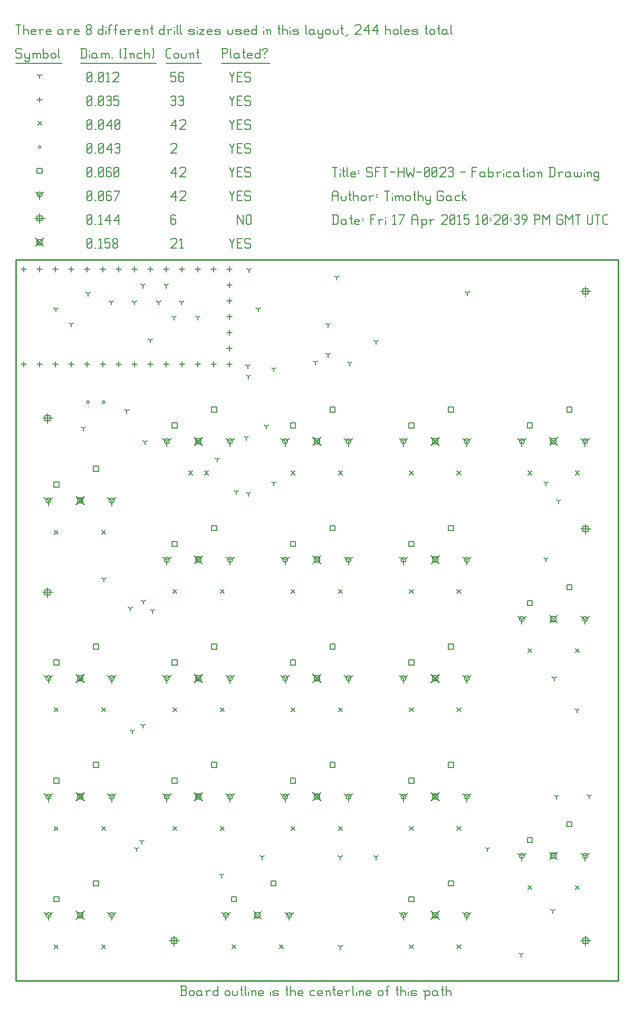
<source format=gbr>
G04 start of page 13 for group -3984 idx -3984 *
G04 Title: SFT-HW-0023, fab *
G04 Creator: pcb 20110918 *
G04 CreationDate: Fri 17 Apr 2015 10:20:39 PM GMT UTC *
G04 For: tgack *
G04 Format: Gerber/RS-274X *
G04 PCB-Dimensions: 380630 455118 *
G04 PCB-Coordinate-Origin: lower left *
%MOIN*%
%FSLAX25Y25*%
%LNFAB*%
%ADD116C,0.0100*%
%ADD115C,0.0075*%
%ADD114C,0.0060*%
%ADD113R,0.0080X0.0080*%
%ADD112C,0.0001*%
G54D112*G36*
X262561Y44304D02*X267927Y38938D01*
X267361Y38372D01*
X261995Y43738D01*
X262561Y44304D01*
G37*
G36*
X261995Y38938D02*X267361Y44304D01*
X267927Y43738D01*
X262561Y38372D01*
X261995Y38938D01*
G37*
G54D113*X263361Y42938D02*X266561D01*
X263361D02*Y39738D01*
X266561D01*
Y42938D02*Y39738D01*
G54D112*G36*
X262561Y193911D02*X267927Y188545D01*
X267361Y187979D01*
X261995Y193345D01*
X262561Y193911D01*
G37*
G36*
X261995Y188545D02*X267361Y193911D01*
X267927Y193345D01*
X262561Y187979D01*
X261995Y188545D01*
G37*
G54D113*X263361Y192545D02*X266561D01*
X263361D02*Y189345D01*
X266561D01*
Y192545D02*Y189345D01*
G54D112*G36*
X187757Y193911D02*X193123Y188545D01*
X192557Y187979D01*
X187191Y193345D01*
X187757Y193911D01*
G37*
G36*
X187191Y188545D02*X192557Y193911D01*
X193123Y193345D01*
X187757Y187979D01*
X187191Y188545D01*
G37*
G54D113*X188557Y192545D02*X191757D01*
X188557D02*Y189345D01*
X191757D01*
Y192545D02*Y189345D01*
G54D112*G36*
X262561Y268714D02*X267927Y263348D01*
X267361Y262782D01*
X261995Y268148D01*
X262561Y268714D01*
G37*
G36*
X261995Y263348D02*X267361Y268714D01*
X267927Y268148D01*
X262561Y262782D01*
X261995Y263348D01*
G37*
G54D113*X263361Y267348D02*X266561D01*
X263361D02*Y264148D01*
X266561D01*
Y267348D02*Y264148D01*
G54D112*G36*
X38151Y306115D02*X43517Y300749D01*
X42951Y300183D01*
X37585Y305549D01*
X38151Y306115D01*
G37*
G36*
X37585Y300749D02*X42951Y306115D01*
X43517Y305549D01*
X38151Y300183D01*
X37585Y300749D01*
G37*
G54D113*X38951Y304749D02*X42151D01*
X38951D02*Y301549D01*
X42151D01*
Y304749D02*Y301549D01*
G54D112*G36*
X112954Y343517D02*X118320Y338151D01*
X117754Y337585D01*
X112388Y342951D01*
X112954Y343517D01*
G37*
G36*
X112388Y338151D02*X117754Y343517D01*
X118320Y342951D01*
X112954Y337585D01*
X112388Y338151D01*
G37*
G54D113*X113754Y342151D02*X116954D01*
X113754D02*Y338951D01*
X116954D01*
Y342151D02*Y338951D01*
G54D112*G36*
X187757Y343517D02*X193123Y338151D01*
X192557Y337585D01*
X187191Y342951D01*
X187757Y343517D01*
G37*
G36*
X187191Y338151D02*X192557Y343517D01*
X193123Y342951D01*
X187757Y337585D01*
X187191Y338151D01*
G37*
G54D113*X188557Y342151D02*X191757D01*
X188557D02*Y338951D01*
X191757D01*
Y342151D02*Y338951D01*
G54D112*G36*
X262561Y343517D02*X267927Y338151D01*
X267361Y337585D01*
X261995Y342951D01*
X262561Y343517D01*
G37*
G36*
X261995Y338151D02*X267361Y343517D01*
X267927Y342951D01*
X262561Y337585D01*
X261995Y338151D01*
G37*
G54D113*X263361Y342151D02*X266561D01*
X263361D02*Y338951D01*
X266561D01*
Y342151D02*Y338951D01*
G54D112*G36*
X337364Y343517D02*X342730Y338151D01*
X342164Y337585D01*
X336798Y342951D01*
X337364Y343517D01*
G37*
G36*
X336798Y338151D02*X342164Y343517D01*
X342730Y342951D01*
X337364Y337585D01*
X336798Y338151D01*
G37*
G54D113*X338164Y342151D02*X341364D01*
X338164D02*Y338951D01*
X341364D01*
Y342151D02*Y338951D01*
G54D112*G36*
X112954Y268714D02*X118320Y263348D01*
X117754Y262782D01*
X112388Y268148D01*
X112954Y268714D01*
G37*
G36*
X112388Y263348D02*X117754Y268714D01*
X118320Y268148D01*
X112954Y262782D01*
X112388Y263348D01*
G37*
G54D113*X113754Y267348D02*X116954D01*
X113754D02*Y264148D01*
X116954D01*
Y267348D02*Y264148D01*
G54D112*G36*
X187757Y268714D02*X193123Y263348D01*
X192557Y262782D01*
X187191Y268148D01*
X187757Y268714D01*
G37*
G36*
X187191Y263348D02*X192557Y268714D01*
X193123Y268148D01*
X187757Y262782D01*
X187191Y263348D01*
G37*
G54D113*X188557Y267348D02*X191757D01*
X188557D02*Y264148D01*
X191757D01*
Y267348D02*Y264148D01*
G54D112*G36*
X38151Y193911D02*X43517Y188545D01*
X42951Y187979D01*
X37585Y193345D01*
X38151Y193911D01*
G37*
G36*
X37585Y188545D02*X42951Y193911D01*
X43517Y193345D01*
X38151Y187979D01*
X37585Y188545D01*
G37*
G54D113*X38951Y192545D02*X42151D01*
X38951D02*Y189345D01*
X42151D01*
Y192545D02*Y189345D01*
G54D112*G36*
X112954Y193911D02*X118320Y188545D01*
X117754Y187979D01*
X112388Y193345D01*
X112954Y193911D01*
G37*
G36*
X112388Y188545D02*X117754Y193911D01*
X118320Y193345D01*
X112954Y187979D01*
X112388Y188545D01*
G37*
G54D113*X113754Y192545D02*X116954D01*
X113754D02*Y189345D01*
X116954D01*
Y192545D02*Y189345D01*
G54D112*G36*
X38151Y119108D02*X43517Y113742D01*
X42951Y113176D01*
X37585Y118542D01*
X38151Y119108D01*
G37*
G36*
X37585Y113742D02*X42951Y119108D01*
X43517Y118542D01*
X38151Y113176D01*
X37585Y113742D01*
G37*
G54D113*X38951Y117742D02*X42151D01*
X38951D02*Y114542D01*
X42151D01*
Y117742D02*Y114542D01*
G54D112*G36*
X112954Y119108D02*X118320Y113742D01*
X117754Y113176D01*
X112388Y118542D01*
X112954Y119108D01*
G37*
G36*
X112388Y113742D02*X117754Y119108D01*
X118320Y118542D01*
X112954Y113176D01*
X112388Y113742D01*
G37*
G54D113*X113754Y117742D02*X116954D01*
X113754D02*Y114542D01*
X116954D01*
Y117742D02*Y114542D01*
G54D112*G36*
X187757Y119108D02*X193123Y113742D01*
X192557Y113176D01*
X187191Y118542D01*
X187757Y119108D01*
G37*
G36*
X187191Y113742D02*X192557Y119108D01*
X193123Y118542D01*
X187757Y113176D01*
X187191Y113742D01*
G37*
G54D113*X188557Y117742D02*X191757D01*
X188557D02*Y114542D01*
X191757D01*
Y117742D02*Y114542D01*
G54D112*G36*
X262561Y119108D02*X267927Y113742D01*
X267361Y113176D01*
X261995Y118542D01*
X262561Y119108D01*
G37*
G36*
X261995Y113742D02*X267361Y119108D01*
X267927Y118542D01*
X262561Y113176D01*
X261995Y113742D01*
G37*
G54D113*X263361Y117742D02*X266561D01*
X263361D02*Y114542D01*
X266561D01*
Y117742D02*Y114542D01*
G54D112*G36*
X337364Y81706D02*X342730Y76340D01*
X342164Y75774D01*
X336798Y81140D01*
X337364Y81706D01*
G37*
G36*
X336798Y76340D02*X342164Y81706D01*
X342730Y81140D01*
X337364Y75774D01*
X336798Y76340D01*
G37*
G54D113*X338164Y80340D02*X341364D01*
X338164D02*Y77140D01*
X341364D01*
Y80340D02*Y77140D01*
G54D112*G36*
X38151Y44304D02*X43517Y38938D01*
X42951Y38372D01*
X37585Y43738D01*
X38151Y44304D01*
G37*
G36*
X37585Y38938D02*X42951Y44304D01*
X43517Y43738D01*
X38151Y38372D01*
X37585Y38938D01*
G37*
G54D113*X38951Y42938D02*X42151D01*
X38951D02*Y39738D01*
X42151D01*
Y42938D02*Y39738D01*
G54D112*G36*
X337364Y231312D02*X342730Y225946D01*
X342164Y225380D01*
X336798Y230746D01*
X337364Y231312D01*
G37*
G36*
X336798Y225946D02*X342164Y231312D01*
X342730Y230746D01*
X337364Y225380D01*
X336798Y225946D01*
G37*
G54D113*X338164Y229946D02*X341364D01*
X338164D02*Y226746D01*
X341364D01*
Y229946D02*Y226746D01*
G54D112*G36*
X150356Y44304D02*X155722Y38938D01*
X155156Y38372D01*
X149790Y43738D01*
X150356Y44304D01*
G37*
G36*
X149790Y38938D02*X155156Y44304D01*
X155722Y43738D01*
X150356Y38372D01*
X149790Y38938D01*
G37*
G54D113*X151156Y42938D02*X154356D01*
X151156D02*Y39738D01*
X154356D01*
Y42938D02*Y39738D01*
G54D112*G36*
X12600Y469334D02*X17966Y463968D01*
X17400Y463402D01*
X12034Y468768D01*
X12600Y469334D01*
G37*
G36*
X12034Y463968D02*X17400Y469334D01*
X17966Y468768D01*
X12600Y463402D01*
X12034Y463968D01*
G37*
G54D113*X13400Y467968D02*X16600D01*
X13400D02*Y464768D01*
X16600D01*
Y467968D02*Y464768D01*
G54D114*X135000Y468618D02*X136500Y465618D01*
X138000Y468618D01*
X136500Y465618D02*Y462618D01*
X139800Y465918D02*X142050D01*
X139800Y462618D02*X142800D01*
X139800Y468618D02*Y462618D01*
Y468618D02*X142800D01*
X147600D02*X148350Y467868D01*
X145350Y468618D02*X147600D01*
X144600Y467868D02*X145350Y468618D01*
X144600Y467868D02*Y466368D01*
X145350Y465618D01*
X147600D01*
X148350Y464868D01*
Y463368D01*
X147600Y462618D02*X148350Y463368D01*
X145350Y462618D02*X147600D01*
X144600Y463368D02*X145350Y462618D01*
X98000Y467868D02*X98750Y468618D01*
X101000D01*
X101750Y467868D01*
Y466368D01*
X98000Y462618D02*X101750Y466368D01*
X98000Y462618D02*X101750D01*
X103550Y467418D02*X104750Y468618D01*
Y462618D01*
X103550D02*X105800D01*
X45000Y463368D02*X45750Y462618D01*
X45000Y467868D02*Y463368D01*
Y467868D02*X45750Y468618D01*
X47250D01*
X48000Y467868D01*
Y463368D01*
X47250Y462618D02*X48000Y463368D01*
X45750Y462618D02*X47250D01*
X45000Y464118D02*X48000Y467118D01*
X49800Y462618D02*X50550D01*
X52350Y467418D02*X53550Y468618D01*
Y462618D01*
X52350D02*X54600D01*
X56400Y468618D02*X59400D01*
X56400D02*Y465618D01*
X57150Y466368D01*
X58650D01*
X59400Y465618D01*
Y463368D01*
X58650Y462618D02*X59400Y463368D01*
X57150Y462618D02*X58650D01*
X56400Y463368D02*X57150Y462618D01*
X61200Y463368D02*X61950Y462618D01*
X61200Y464568D02*Y463368D01*
Y464568D02*X62250Y465618D01*
X63150D01*
X64200Y464568D01*
Y463368D01*
X63450Y462618D02*X64200Y463368D01*
X61950Y462618D02*X63450D01*
X61200Y466668D02*X62250Y465618D01*
X61200Y467868D02*Y466668D01*
Y467868D02*X61950Y468618D01*
X63450D01*
X64200Y467868D01*
Y466668D01*
X63150Y465618D02*X64200Y466668D01*
X360000Y438318D02*Y431918D01*
X356800Y435118D02*X363200D01*
X358400Y436718D02*X361600D01*
X358400D02*Y433518D01*
X361600D01*
Y436718D02*Y433518D01*
X360000Y288318D02*Y281918D01*
X356800Y285118D02*X363200D01*
X358400Y286718D02*X361600D01*
X358400D02*Y283518D01*
X361600D01*
Y286718D02*Y283518D01*
X360000Y28318D02*Y21918D01*
X356800Y25118D02*X363200D01*
X358400Y26718D02*X361600D01*
X358400D02*Y23518D01*
X361600D01*
Y26718D02*Y23518D01*
X100000Y28318D02*Y21918D01*
X96800Y25118D02*X103200D01*
X98400Y26718D02*X101600D01*
X98400D02*Y23518D01*
X101600D01*
Y26718D02*Y23518D01*
X20000Y248318D02*Y241918D01*
X16800Y245118D02*X23200D01*
X18400Y246718D02*X21600D01*
X18400D02*Y243518D01*
X21600D01*
Y246718D02*Y243518D01*
X20000Y358318D02*Y351918D01*
X16800Y355118D02*X23200D01*
X18400Y356718D02*X21600D01*
X18400D02*Y353518D01*
X21600D01*
Y356718D02*Y353518D01*
X15000Y484568D02*Y478168D01*
X11800Y481368D02*X18200D01*
X13400Y482968D02*X16600D01*
X13400D02*Y479768D01*
X16600D01*
Y482968D02*Y479768D01*
X140000Y483618D02*Y477618D01*
Y483618D02*X143750Y477618D01*
Y483618D02*Y477618D01*
X145550Y482868D02*Y478368D01*
Y482868D02*X146300Y483618D01*
X147800D01*
X148550Y482868D01*
Y478368D01*
X147800Y477618D02*X148550Y478368D01*
X146300Y477618D02*X147800D01*
X145550Y478368D02*X146300Y477618D01*
X100250Y483618D02*X101000Y482868D01*
X98750Y483618D02*X100250D01*
X98000Y482868D02*X98750Y483618D01*
X98000Y482868D02*Y478368D01*
X98750Y477618D01*
X100250Y480918D02*X101000Y480168D01*
X98000Y480918D02*X100250D01*
X98750Y477618D02*X100250D01*
X101000Y478368D01*
Y480168D02*Y478368D01*
X45000D02*X45750Y477618D01*
X45000Y482868D02*Y478368D01*
Y482868D02*X45750Y483618D01*
X47250D01*
X48000Y482868D01*
Y478368D01*
X47250Y477618D02*X48000Y478368D01*
X45750Y477618D02*X47250D01*
X45000Y479118D02*X48000Y482118D01*
X49800Y477618D02*X50550D01*
X52350Y482418D02*X53550Y483618D01*
Y477618D01*
X52350D02*X54600D01*
X56400Y479868D02*X59400Y483618D01*
X56400Y479868D02*X60150D01*
X59400Y483618D02*Y477618D01*
X61950Y479868D02*X64950Y483618D01*
X61950Y479868D02*X65700D01*
X64950Y483618D02*Y477618D01*
X244961Y41338D02*Y38138D01*
Y41338D02*X247734Y42938D01*
X244961Y41338D02*X242188Y42938D01*
X243361Y41338D02*G75*G03X246561Y41338I1600J0D01*G01*
G75*G03X243361Y41338I-1600J0D01*G01*
X284961D02*Y38138D01*
Y41338D02*X287734Y42938D01*
X284961Y41338D02*X282188Y42938D01*
X283361Y41338D02*G75*G03X286561Y41338I1600J0D01*G01*
G75*G03X283361Y41338I-1600J0D01*G01*
X244961Y190945D02*Y187745D01*
Y190945D02*X247734Y192545D01*
X244961Y190945D02*X242188Y192545D01*
X243361Y190945D02*G75*G03X246561Y190945I1600J0D01*G01*
G75*G03X243361Y190945I-1600J0D01*G01*
X284961D02*Y187745D01*
Y190945D02*X287734Y192545D01*
X284961Y190945D02*X282188Y192545D01*
X283361Y190945D02*G75*G03X286561Y190945I1600J0D01*G01*
G75*G03X283361Y190945I-1600J0D01*G01*
X170157D02*Y187745D01*
Y190945D02*X172930Y192545D01*
X170157Y190945D02*X167384Y192545D01*
X168557Y190945D02*G75*G03X171757Y190945I1600J0D01*G01*
G75*G03X168557Y190945I-1600J0D01*G01*
X210157D02*Y187745D01*
Y190945D02*X212930Y192545D01*
X210157Y190945D02*X207384Y192545D01*
X208557Y190945D02*G75*G03X211757Y190945I1600J0D01*G01*
G75*G03X208557Y190945I-1600J0D01*G01*
X244961Y265748D02*Y262548D01*
Y265748D02*X247734Y267348D01*
X244961Y265748D02*X242188Y267348D01*
X243361Y265748D02*G75*G03X246561Y265748I1600J0D01*G01*
G75*G03X243361Y265748I-1600J0D01*G01*
X284961D02*Y262548D01*
Y265748D02*X287734Y267348D01*
X284961Y265748D02*X282188Y267348D01*
X283361Y265748D02*G75*G03X286561Y265748I1600J0D01*G01*
G75*G03X283361Y265748I-1600J0D01*G01*
X20551Y303149D02*Y299949D01*
Y303149D02*X23324Y304749D01*
X20551Y303149D02*X17778Y304749D01*
X18951Y303149D02*G75*G03X22151Y303149I1600J0D01*G01*
G75*G03X18951Y303149I-1600J0D01*G01*
X60551D02*Y299949D01*
Y303149D02*X63324Y304749D01*
X60551Y303149D02*X57778Y304749D01*
X58951Y303149D02*G75*G03X62151Y303149I1600J0D01*G01*
G75*G03X58951Y303149I-1600J0D01*G01*
X95354Y340551D02*Y337351D01*
Y340551D02*X98127Y342151D01*
X95354Y340551D02*X92581Y342151D01*
X93754Y340551D02*G75*G03X96954Y340551I1600J0D01*G01*
G75*G03X93754Y340551I-1600J0D01*G01*
X135354D02*Y337351D01*
Y340551D02*X138127Y342151D01*
X135354Y340551D02*X132581Y342151D01*
X133754Y340551D02*G75*G03X136954Y340551I1600J0D01*G01*
G75*G03X133754Y340551I-1600J0D01*G01*
X170157D02*Y337351D01*
Y340551D02*X172930Y342151D01*
X170157Y340551D02*X167384Y342151D01*
X168557Y340551D02*G75*G03X171757Y340551I1600J0D01*G01*
G75*G03X168557Y340551I-1600J0D01*G01*
X210157D02*Y337351D01*
Y340551D02*X212930Y342151D01*
X210157Y340551D02*X207384Y342151D01*
X208557Y340551D02*G75*G03X211757Y340551I1600J0D01*G01*
G75*G03X208557Y340551I-1600J0D01*G01*
X244961D02*Y337351D01*
Y340551D02*X247734Y342151D01*
X244961Y340551D02*X242188Y342151D01*
X243361Y340551D02*G75*G03X246561Y340551I1600J0D01*G01*
G75*G03X243361Y340551I-1600J0D01*G01*
X284961D02*Y337351D01*
Y340551D02*X287734Y342151D01*
X284961Y340551D02*X282188Y342151D01*
X283361Y340551D02*G75*G03X286561Y340551I1600J0D01*G01*
G75*G03X283361Y340551I-1600J0D01*G01*
X319764D02*Y337351D01*
Y340551D02*X322537Y342151D01*
X319764Y340551D02*X316991Y342151D01*
X318164Y340551D02*G75*G03X321364Y340551I1600J0D01*G01*
G75*G03X318164Y340551I-1600J0D01*G01*
X359764D02*Y337351D01*
Y340551D02*X362537Y342151D01*
X359764Y340551D02*X356991Y342151D01*
X358164Y340551D02*G75*G03X361364Y340551I1600J0D01*G01*
G75*G03X358164Y340551I-1600J0D01*G01*
X95354Y265748D02*Y262548D01*
Y265748D02*X98127Y267348D01*
X95354Y265748D02*X92581Y267348D01*
X93754Y265748D02*G75*G03X96954Y265748I1600J0D01*G01*
G75*G03X93754Y265748I-1600J0D01*G01*
X135354D02*Y262548D01*
Y265748D02*X138127Y267348D01*
X135354Y265748D02*X132581Y267348D01*
X133754Y265748D02*G75*G03X136954Y265748I1600J0D01*G01*
G75*G03X133754Y265748I-1600J0D01*G01*
X170157D02*Y262548D01*
Y265748D02*X172930Y267348D01*
X170157Y265748D02*X167384Y267348D01*
X168557Y265748D02*G75*G03X171757Y265748I1600J0D01*G01*
G75*G03X168557Y265748I-1600J0D01*G01*
X210157D02*Y262548D01*
Y265748D02*X212930Y267348D01*
X210157Y265748D02*X207384Y267348D01*
X208557Y265748D02*G75*G03X211757Y265748I1600J0D01*G01*
G75*G03X208557Y265748I-1600J0D01*G01*
X20551Y190945D02*Y187745D01*
Y190945D02*X23324Y192545D01*
X20551Y190945D02*X17778Y192545D01*
X18951Y190945D02*G75*G03X22151Y190945I1600J0D01*G01*
G75*G03X18951Y190945I-1600J0D01*G01*
X60551D02*Y187745D01*
Y190945D02*X63324Y192545D01*
X60551Y190945D02*X57778Y192545D01*
X58951Y190945D02*G75*G03X62151Y190945I1600J0D01*G01*
G75*G03X58951Y190945I-1600J0D01*G01*
X95354D02*Y187745D01*
Y190945D02*X98127Y192545D01*
X95354Y190945D02*X92581Y192545D01*
X93754Y190945D02*G75*G03X96954Y190945I1600J0D01*G01*
G75*G03X93754Y190945I-1600J0D01*G01*
X135354D02*Y187745D01*
Y190945D02*X138127Y192545D01*
X135354Y190945D02*X132581Y192545D01*
X133754Y190945D02*G75*G03X136954Y190945I1600J0D01*G01*
G75*G03X133754Y190945I-1600J0D01*G01*
X20551Y116142D02*Y112942D01*
Y116142D02*X23324Y117742D01*
X20551Y116142D02*X17778Y117742D01*
X18951Y116142D02*G75*G03X22151Y116142I1600J0D01*G01*
G75*G03X18951Y116142I-1600J0D01*G01*
X60551D02*Y112942D01*
Y116142D02*X63324Y117742D01*
X60551Y116142D02*X57778Y117742D01*
X58951Y116142D02*G75*G03X62151Y116142I1600J0D01*G01*
G75*G03X58951Y116142I-1600J0D01*G01*
X95354D02*Y112942D01*
Y116142D02*X98127Y117742D01*
X95354Y116142D02*X92581Y117742D01*
X93754Y116142D02*G75*G03X96954Y116142I1600J0D01*G01*
G75*G03X93754Y116142I-1600J0D01*G01*
X135354D02*Y112942D01*
Y116142D02*X138127Y117742D01*
X135354Y116142D02*X132581Y117742D01*
X133754Y116142D02*G75*G03X136954Y116142I1600J0D01*G01*
G75*G03X133754Y116142I-1600J0D01*G01*
X170157D02*Y112942D01*
Y116142D02*X172930Y117742D01*
X170157Y116142D02*X167384Y117742D01*
X168557Y116142D02*G75*G03X171757Y116142I1600J0D01*G01*
G75*G03X168557Y116142I-1600J0D01*G01*
X210157D02*Y112942D01*
Y116142D02*X212930Y117742D01*
X210157Y116142D02*X207384Y117742D01*
X208557Y116142D02*G75*G03X211757Y116142I1600J0D01*G01*
G75*G03X208557Y116142I-1600J0D01*G01*
X244961D02*Y112942D01*
Y116142D02*X247734Y117742D01*
X244961Y116142D02*X242188Y117742D01*
X243361Y116142D02*G75*G03X246561Y116142I1600J0D01*G01*
G75*G03X243361Y116142I-1600J0D01*G01*
X284961D02*Y112942D01*
Y116142D02*X287734Y117742D01*
X284961Y116142D02*X282188Y117742D01*
X283361Y116142D02*G75*G03X286561Y116142I1600J0D01*G01*
G75*G03X283361Y116142I-1600J0D01*G01*
X319764Y78740D02*Y75540D01*
Y78740D02*X322537Y80340D01*
X319764Y78740D02*X316991Y80340D01*
X318164Y78740D02*G75*G03X321364Y78740I1600J0D01*G01*
G75*G03X318164Y78740I-1600J0D01*G01*
X359764D02*Y75540D01*
Y78740D02*X362537Y80340D01*
X359764Y78740D02*X356991Y80340D01*
X358164Y78740D02*G75*G03X361364Y78740I1600J0D01*G01*
G75*G03X358164Y78740I-1600J0D01*G01*
X20551Y41338D02*Y38138D01*
Y41338D02*X23324Y42938D01*
X20551Y41338D02*X17778Y42938D01*
X18951Y41338D02*G75*G03X22151Y41338I1600J0D01*G01*
G75*G03X18951Y41338I-1600J0D01*G01*
X60551D02*Y38138D01*
Y41338D02*X63324Y42938D01*
X60551Y41338D02*X57778Y42938D01*
X58951Y41338D02*G75*G03X62151Y41338I1600J0D01*G01*
G75*G03X58951Y41338I-1600J0D01*G01*
X319764Y228346D02*Y225146D01*
Y228346D02*X322537Y229946D01*
X319764Y228346D02*X316991Y229946D01*
X318164Y228346D02*G75*G03X321364Y228346I1600J0D01*G01*
G75*G03X318164Y228346I-1600J0D01*G01*
X359764D02*Y225146D01*
Y228346D02*X362537Y229946D01*
X359764Y228346D02*X356991Y229946D01*
X358164Y228346D02*G75*G03X361364Y228346I1600J0D01*G01*
G75*G03X358164Y228346I-1600J0D01*G01*
X132756Y41338D02*Y38138D01*
Y41338D02*X135529Y42938D01*
X132756Y41338D02*X129983Y42938D01*
X131156Y41338D02*G75*G03X134356Y41338I1600J0D01*G01*
G75*G03X131156Y41338I-1600J0D01*G01*
X172756D02*Y38138D01*
Y41338D02*X175529Y42938D01*
X172756Y41338D02*X169983Y42938D01*
X171156Y41338D02*G75*G03X174356Y41338I1600J0D01*G01*
G75*G03X171156Y41338I-1600J0D01*G01*
X15000Y496368D02*Y493168D01*
Y496368D02*X17773Y497968D01*
X15000Y496368D02*X12227Y497968D01*
X13400Y496368D02*G75*G03X16600Y496368I1600J0D01*G01*
G75*G03X13400Y496368I-1600J0D01*G01*
X135000Y498618D02*X136500Y495618D01*
X138000Y498618D01*
X136500Y495618D02*Y492618D01*
X139800Y495918D02*X142050D01*
X139800Y492618D02*X142800D01*
X139800Y498618D02*Y492618D01*
Y498618D02*X142800D01*
X147600D02*X148350Y497868D01*
X145350Y498618D02*X147600D01*
X144600Y497868D02*X145350Y498618D01*
X144600Y497868D02*Y496368D01*
X145350Y495618D01*
X147600D01*
X148350Y494868D01*
Y493368D01*
X147600Y492618D02*X148350Y493368D01*
X145350Y492618D02*X147600D01*
X144600Y493368D02*X145350Y492618D01*
X98000Y494868D02*X101000Y498618D01*
X98000Y494868D02*X101750D01*
X101000Y498618D02*Y492618D01*
X103550Y497868D02*X104300Y498618D01*
X106550D01*
X107300Y497868D01*
Y496368D01*
X103550Y492618D02*X107300Y496368D01*
X103550Y492618D02*X107300D01*
X45000Y493368D02*X45750Y492618D01*
X45000Y497868D02*Y493368D01*
Y497868D02*X45750Y498618D01*
X47250D01*
X48000Y497868D01*
Y493368D01*
X47250Y492618D02*X48000Y493368D01*
X45750Y492618D02*X47250D01*
X45000Y494118D02*X48000Y497118D01*
X49800Y492618D02*X50550D01*
X52350Y493368D02*X53100Y492618D01*
X52350Y497868D02*Y493368D01*
Y497868D02*X53100Y498618D01*
X54600D01*
X55350Y497868D01*
Y493368D01*
X54600Y492618D02*X55350Y493368D01*
X53100Y492618D02*X54600D01*
X52350Y494118D02*X55350Y497118D01*
X59400Y498618D02*X60150Y497868D01*
X57900Y498618D02*X59400D01*
X57150Y497868D02*X57900Y498618D01*
X57150Y497868D02*Y493368D01*
X57900Y492618D01*
X59400Y495918D02*X60150Y495168D01*
X57150Y495918D02*X59400D01*
X57900Y492618D02*X59400D01*
X60150Y493368D01*
Y495168D02*Y493368D01*
X62700Y492618D02*X65700Y498618D01*
X61950D02*X65700D01*
X248361Y52938D02*X251561D01*
X248361D02*Y49738D01*
X251561D01*
Y52938D02*Y49738D01*
X273361Y62938D02*X276561D01*
X273361D02*Y59738D01*
X276561D01*
Y62938D02*Y59738D01*
X248361Y202545D02*X251561D01*
X248361D02*Y199345D01*
X251561D01*
Y202545D02*Y199345D01*
X273361Y212545D02*X276561D01*
X273361D02*Y209345D01*
X276561D01*
Y212545D02*Y209345D01*
X173557Y202545D02*X176757D01*
X173557D02*Y199345D01*
X176757D01*
Y202545D02*Y199345D01*
X198557Y212545D02*X201757D01*
X198557D02*Y209345D01*
X201757D01*
Y212545D02*Y209345D01*
X248361Y277348D02*X251561D01*
X248361D02*Y274148D01*
X251561D01*
Y277348D02*Y274148D01*
X273361Y287348D02*X276561D01*
X273361D02*Y284148D01*
X276561D01*
Y287348D02*Y284148D01*
X23951Y314749D02*X27151D01*
X23951D02*Y311549D01*
X27151D01*
Y314749D02*Y311549D01*
X48951Y324749D02*X52151D01*
X48951D02*Y321549D01*
X52151D01*
Y324749D02*Y321549D01*
X98754Y352151D02*X101954D01*
X98754D02*Y348951D01*
X101954D01*
Y352151D02*Y348951D01*
X123754Y362151D02*X126954D01*
X123754D02*Y358951D01*
X126954D01*
Y362151D02*Y358951D01*
X173557Y352151D02*X176757D01*
X173557D02*Y348951D01*
X176757D01*
Y352151D02*Y348951D01*
X198557Y362151D02*X201757D01*
X198557D02*Y358951D01*
X201757D01*
Y362151D02*Y358951D01*
X248361Y352151D02*X251561D01*
X248361D02*Y348951D01*
X251561D01*
Y352151D02*Y348951D01*
X273361Y362151D02*X276561D01*
X273361D02*Y358951D01*
X276561D01*
Y362151D02*Y358951D01*
X323164Y352151D02*X326364D01*
X323164D02*Y348951D01*
X326364D01*
Y352151D02*Y348951D01*
X348164Y362151D02*X351364D01*
X348164D02*Y358951D01*
X351364D01*
Y362151D02*Y358951D01*
X98754Y277348D02*X101954D01*
X98754D02*Y274148D01*
X101954D01*
Y277348D02*Y274148D01*
X123754Y287348D02*X126954D01*
X123754D02*Y284148D01*
X126954D01*
Y287348D02*Y284148D01*
X173557Y277348D02*X176757D01*
X173557D02*Y274148D01*
X176757D01*
Y277348D02*Y274148D01*
X198557Y287348D02*X201757D01*
X198557D02*Y284148D01*
X201757D01*
Y287348D02*Y284148D01*
X23951Y202545D02*X27151D01*
X23951D02*Y199345D01*
X27151D01*
Y202545D02*Y199345D01*
X48951Y212545D02*X52151D01*
X48951D02*Y209345D01*
X52151D01*
Y212545D02*Y209345D01*
X98754Y202545D02*X101954D01*
X98754D02*Y199345D01*
X101954D01*
Y202545D02*Y199345D01*
X123754Y212545D02*X126954D01*
X123754D02*Y209345D01*
X126954D01*
Y212545D02*Y209345D01*
X23951Y127742D02*X27151D01*
X23951D02*Y124542D01*
X27151D01*
Y127742D02*Y124542D01*
X48951Y137742D02*X52151D01*
X48951D02*Y134542D01*
X52151D01*
Y137742D02*Y134542D01*
X98754Y127742D02*X101954D01*
X98754D02*Y124542D01*
X101954D01*
Y127742D02*Y124542D01*
X123754Y137742D02*X126954D01*
X123754D02*Y134542D01*
X126954D01*
Y137742D02*Y134542D01*
X173557Y127742D02*X176757D01*
X173557D02*Y124542D01*
X176757D01*
Y127742D02*Y124542D01*
X198557Y137742D02*X201757D01*
X198557D02*Y134542D01*
X201757D01*
Y137742D02*Y134542D01*
X248361Y127742D02*X251561D01*
X248361D02*Y124542D01*
X251561D01*
Y127742D02*Y124542D01*
X273361Y137742D02*X276561D01*
X273361D02*Y134542D01*
X276561D01*
Y137742D02*Y134542D01*
X323164Y90340D02*X326364D01*
X323164D02*Y87140D01*
X326364D01*
Y90340D02*Y87140D01*
X348164Y100340D02*X351364D01*
X348164D02*Y97140D01*
X351364D01*
Y100340D02*Y97140D01*
X23951Y52938D02*X27151D01*
X23951D02*Y49738D01*
X27151D01*
Y52938D02*Y49738D01*
X48951Y62938D02*X52151D01*
X48951D02*Y59738D01*
X52151D01*
Y62938D02*Y59738D01*
X323164Y239946D02*X326364D01*
X323164D02*Y236746D01*
X326364D01*
Y239946D02*Y236746D01*
X348164Y249946D02*X351364D01*
X348164D02*Y246746D01*
X351364D01*
Y249946D02*Y246746D01*
X136156Y52938D02*X139356D01*
X136156D02*Y49738D01*
X139356D01*
Y52938D02*Y49738D01*
X161156Y62938D02*X164356D01*
X161156D02*Y59738D01*
X164356D01*
Y62938D02*Y59738D01*
X13400Y512968D02*X16600D01*
X13400D02*Y509768D01*
X16600D01*
Y512968D02*Y509768D01*
X135000Y513618D02*X136500Y510618D01*
X138000Y513618D01*
X136500Y510618D02*Y507618D01*
X139800Y510918D02*X142050D01*
X139800Y507618D02*X142800D01*
X139800Y513618D02*Y507618D01*
Y513618D02*X142800D01*
X147600D02*X148350Y512868D01*
X145350Y513618D02*X147600D01*
X144600Y512868D02*X145350Y513618D01*
X144600Y512868D02*Y511368D01*
X145350Y510618D01*
X147600D01*
X148350Y509868D01*
Y508368D01*
X147600Y507618D02*X148350Y508368D01*
X145350Y507618D02*X147600D01*
X144600Y508368D02*X145350Y507618D01*
X98000Y509868D02*X101000Y513618D01*
X98000Y509868D02*X101750D01*
X101000Y513618D02*Y507618D01*
X103550Y512868D02*X104300Y513618D01*
X106550D01*
X107300Y512868D01*
Y511368D01*
X103550Y507618D02*X107300Y511368D01*
X103550Y507618D02*X107300D01*
X45000Y508368D02*X45750Y507618D01*
X45000Y512868D02*Y508368D01*
Y512868D02*X45750Y513618D01*
X47250D01*
X48000Y512868D01*
Y508368D01*
X47250Y507618D02*X48000Y508368D01*
X45750Y507618D02*X47250D01*
X45000Y509118D02*X48000Y512118D01*
X49800Y507618D02*X50550D01*
X52350Y508368D02*X53100Y507618D01*
X52350Y512868D02*Y508368D01*
Y512868D02*X53100Y513618D01*
X54600D01*
X55350Y512868D01*
Y508368D01*
X54600Y507618D02*X55350Y508368D01*
X53100Y507618D02*X54600D01*
X52350Y509118D02*X55350Y512118D01*
X59400Y513618D02*X60150Y512868D01*
X57900Y513618D02*X59400D01*
X57150Y512868D02*X57900Y513618D01*
X57150Y512868D02*Y508368D01*
X57900Y507618D01*
X59400Y510918D02*X60150Y510168D01*
X57150Y510918D02*X59400D01*
X57900Y507618D02*X59400D01*
X60150Y508368D01*
Y510168D02*Y508368D01*
X61950D02*X62700Y507618D01*
X61950Y512868D02*Y508368D01*
Y512868D02*X62700Y513618D01*
X64200D01*
X64950Y512868D01*
Y508368D01*
X64200Y507618D02*X64950Y508368D01*
X62700Y507618D02*X64200D01*
X61950Y509118D02*X64950Y512118D01*
X54672Y365275D02*G75*G03X56272Y365275I800J0D01*G01*
G75*G03X54672Y365275I-800J0D01*G01*
X44672D02*G75*G03X46272Y365275I800J0D01*G01*
G75*G03X44672Y365275I-800J0D01*G01*
X14200Y526368D02*G75*G03X15800Y526368I800J0D01*G01*
G75*G03X14200Y526368I-800J0D01*G01*
X135000Y528618D02*X136500Y525618D01*
X138000Y528618D01*
X136500Y525618D02*Y522618D01*
X139800Y525918D02*X142050D01*
X139800Y522618D02*X142800D01*
X139800Y528618D02*Y522618D01*
Y528618D02*X142800D01*
X147600D02*X148350Y527868D01*
X145350Y528618D02*X147600D01*
X144600Y527868D02*X145350Y528618D01*
X144600Y527868D02*Y526368D01*
X145350Y525618D01*
X147600D01*
X148350Y524868D01*
Y523368D01*
X147600Y522618D02*X148350Y523368D01*
X145350Y522618D02*X147600D01*
X144600Y523368D02*X145350Y522618D01*
X98000Y527868D02*X98750Y528618D01*
X101000D01*
X101750Y527868D01*
Y526368D01*
X98000Y522618D02*X101750Y526368D01*
X98000Y522618D02*X101750D01*
X45000Y523368D02*X45750Y522618D01*
X45000Y527868D02*Y523368D01*
Y527868D02*X45750Y528618D01*
X47250D01*
X48000Y527868D01*
Y523368D01*
X47250Y522618D02*X48000Y523368D01*
X45750Y522618D02*X47250D01*
X45000Y524118D02*X48000Y527118D01*
X49800Y522618D02*X50550D01*
X52350Y523368D02*X53100Y522618D01*
X52350Y527868D02*Y523368D01*
Y527868D02*X53100Y528618D01*
X54600D01*
X55350Y527868D01*
Y523368D01*
X54600Y522618D02*X55350Y523368D01*
X53100Y522618D02*X54600D01*
X52350Y524118D02*X55350Y527118D01*
X57150Y524868D02*X60150Y528618D01*
X57150Y524868D02*X60900D01*
X60150Y528618D02*Y522618D01*
X62700Y527868D02*X63450Y528618D01*
X64950D01*
X65700Y527868D01*
X64950Y522618D02*X65700Y523368D01*
X63450Y522618D02*X64950D01*
X62700Y523368D02*X63450Y522618D01*
Y525918D02*X64950D01*
X65700Y527868D02*Y526668D01*
Y525168D02*Y523368D01*
Y525168D02*X64950Y525918D01*
X65700Y526668D02*X64950Y525918D01*
X278761Y22538D02*X281161Y20138D01*
X278761D02*X281161Y22538D01*
X248761D02*X251161Y20138D01*
X248761D02*X251161Y22538D01*
X278761Y172145D02*X281161Y169745D01*
X278761D02*X281161Y172145D01*
X248761D02*X251161Y169745D01*
X248761D02*X251161Y172145D01*
X203957D02*X206357Y169745D01*
X203957D02*X206357Y172145D01*
X173957D02*X176357Y169745D01*
X173957D02*X176357Y172145D01*
X278761Y246948D02*X281161Y244548D01*
X278761D02*X281161Y246948D01*
X248761D02*X251161Y244548D01*
X248761D02*X251161Y246948D01*
X54351Y284349D02*X56751Y281949D01*
X54351D02*X56751Y284349D01*
X24351D02*X26751Y281949D01*
X24351D02*X26751Y284349D01*
X119154Y321751D02*X121554Y319351D01*
X119154D02*X121554Y321751D01*
X109154D02*X111554Y319351D01*
X109154D02*X111554Y321751D01*
X203957D02*X206357Y319351D01*
X203957D02*X206357Y321751D01*
X173957D02*X176357Y319351D01*
X173957D02*X176357Y321751D01*
X278761D02*X281161Y319351D01*
X278761D02*X281161Y321751D01*
X248761D02*X251161Y319351D01*
X248761D02*X251161Y321751D01*
X353564D02*X355964Y319351D01*
X353564D02*X355964Y321751D01*
X323564D02*X325964Y319351D01*
X323564D02*X325964Y321751D01*
X129154Y246948D02*X131554Y244548D01*
X129154D02*X131554Y246948D01*
X99154D02*X101554Y244548D01*
X99154D02*X101554Y246948D01*
X203957D02*X206357Y244548D01*
X203957D02*X206357Y246948D01*
X173957D02*X176357Y244548D01*
X173957D02*X176357Y246948D01*
X54351Y172145D02*X56751Y169745D01*
X54351D02*X56751Y172145D01*
X24351D02*X26751Y169745D01*
X24351D02*X26751Y172145D01*
X129154D02*X131554Y169745D01*
X129154D02*X131554Y172145D01*
X99154D02*X101554Y169745D01*
X99154D02*X101554Y172145D01*
X54351Y97342D02*X56751Y94942D01*
X54351D02*X56751Y97342D01*
X24351D02*X26751Y94942D01*
X24351D02*X26751Y97342D01*
X129154D02*X131554Y94942D01*
X129154D02*X131554Y97342D01*
X99154D02*X101554Y94942D01*
X99154D02*X101554Y97342D01*
X203957D02*X206357Y94942D01*
X203957D02*X206357Y97342D01*
X173957D02*X176357Y94942D01*
X173957D02*X176357Y97342D01*
X278761D02*X281161Y94942D01*
X278761D02*X281161Y97342D01*
X248761D02*X251161Y94942D01*
X248761D02*X251161Y97342D01*
X353564Y59940D02*X355964Y57540D01*
X353564D02*X355964Y59940D01*
X323564D02*X325964Y57540D01*
X323564D02*X325964Y59940D01*
X54351Y22538D02*X56751Y20138D01*
X54351D02*X56751Y22538D01*
X24351D02*X26751Y20138D01*
X24351D02*X26751Y22538D01*
X353564Y209546D02*X355964Y207146D01*
X353564D02*X355964Y209546D01*
X323564D02*X325964Y207146D01*
X323564D02*X325964Y209546D01*
X166556Y22538D02*X168956Y20138D01*
X166556D02*X168956Y22538D01*
X136556D02*X138956Y20138D01*
X136556D02*X138956Y22538D01*
X13800Y542568D02*X16200Y540168D01*
X13800D02*X16200Y542568D01*
X135000Y543618D02*X136500Y540618D01*
X138000Y543618D01*
X136500Y540618D02*Y537618D01*
X139800Y540918D02*X142050D01*
X139800Y537618D02*X142800D01*
X139800Y543618D02*Y537618D01*
Y543618D02*X142800D01*
X147600D02*X148350Y542868D01*
X145350Y543618D02*X147600D01*
X144600Y542868D02*X145350Y543618D01*
X144600Y542868D02*Y541368D01*
X145350Y540618D01*
X147600D01*
X148350Y539868D01*
Y538368D01*
X147600Y537618D02*X148350Y538368D01*
X145350Y537618D02*X147600D01*
X144600Y538368D02*X145350Y537618D01*
X98000Y539868D02*X101000Y543618D01*
X98000Y539868D02*X101750D01*
X101000Y543618D02*Y537618D01*
X103550Y542868D02*X104300Y543618D01*
X106550D01*
X107300Y542868D01*
Y541368D01*
X103550Y537618D02*X107300Y541368D01*
X103550Y537618D02*X107300D01*
X45000Y538368D02*X45750Y537618D01*
X45000Y542868D02*Y538368D01*
Y542868D02*X45750Y543618D01*
X47250D01*
X48000Y542868D01*
Y538368D01*
X47250Y537618D02*X48000Y538368D01*
X45750Y537618D02*X47250D01*
X45000Y539118D02*X48000Y542118D01*
X49800Y537618D02*X50550D01*
X52350Y538368D02*X53100Y537618D01*
X52350Y542868D02*Y538368D01*
Y542868D02*X53100Y543618D01*
X54600D01*
X55350Y542868D01*
Y538368D01*
X54600Y537618D02*X55350Y538368D01*
X53100Y537618D02*X54600D01*
X52350Y539118D02*X55350Y542118D01*
X57150Y539868D02*X60150Y543618D01*
X57150Y539868D02*X60900D01*
X60150Y543618D02*Y537618D01*
X62700Y538368D02*X63450Y537618D01*
X62700Y542868D02*Y538368D01*
Y542868D02*X63450Y543618D01*
X64950D01*
X65700Y542868D01*
Y538368D01*
X64950Y537618D02*X65700Y538368D01*
X63450Y537618D02*X64950D01*
X62700Y539118D02*X65700Y542118D01*
X5000Y390718D02*Y387518D01*
X3400Y389118D02*X6600D01*
X15000Y390718D02*Y387518D01*
X13400Y389118D02*X16600D01*
X25000Y390718D02*Y387518D01*
X23400Y389118D02*X26600D01*
X35000Y390718D02*Y387518D01*
X33400Y389118D02*X36600D01*
X45000Y390718D02*Y387518D01*
X43400Y389118D02*X46600D01*
X55000Y390718D02*Y387518D01*
X53400Y389118D02*X56600D01*
X65000Y390718D02*Y387518D01*
X63400Y389118D02*X66600D01*
X75000Y390718D02*Y387518D01*
X73400Y389118D02*X76600D01*
X85000Y390718D02*Y387518D01*
X83400Y389118D02*X86600D01*
X95000Y390718D02*Y387518D01*
X93400Y389118D02*X96600D01*
X105000Y390718D02*Y387518D01*
X103400Y389118D02*X106600D01*
X115000Y390718D02*Y387518D01*
X113400Y389118D02*X116600D01*
X125000Y390718D02*Y387518D01*
X123400Y389118D02*X126600D01*
X135000Y390718D02*Y387518D01*
X133400Y389118D02*X136600D01*
X135000Y400718D02*Y397518D01*
X133400Y399118D02*X136600D01*
X135000Y410718D02*Y407518D01*
X133400Y409118D02*X136600D01*
X135000Y420718D02*Y417518D01*
X133400Y419118D02*X136600D01*
X135000Y430718D02*Y427518D01*
X133400Y429118D02*X136600D01*
X135000Y440718D02*Y437518D01*
X133400Y439118D02*X136600D01*
X135000Y450718D02*Y447518D01*
X133400Y449118D02*X136600D01*
X125000Y450718D02*Y447518D01*
X123400Y449118D02*X126600D01*
X115000Y450718D02*Y447518D01*
X113400Y449118D02*X116600D01*
X105000Y450718D02*Y447518D01*
X103400Y449118D02*X106600D01*
X95000Y450718D02*Y447518D01*
X93400Y449118D02*X96600D01*
X85000Y450718D02*Y447518D01*
X83400Y449118D02*X86600D01*
X75000Y450718D02*Y447518D01*
X73400Y449118D02*X76600D01*
X65000Y450718D02*Y447518D01*
X63400Y449118D02*X66600D01*
X55000Y450718D02*Y447518D01*
X53400Y449118D02*X56600D01*
X45000Y450718D02*Y447518D01*
X43400Y449118D02*X46600D01*
X35000Y450718D02*Y447518D01*
X33400Y449118D02*X36600D01*
X25000Y450718D02*Y447518D01*
X23400Y449118D02*X26600D01*
X15000Y450718D02*Y447518D01*
X13400Y449118D02*X16600D01*
X5000Y450718D02*Y447518D01*
X3400Y449118D02*X6600D01*
X15000Y557968D02*Y554768D01*
X13400Y556368D02*X16600D01*
X135000Y558618D02*X136500Y555618D01*
X138000Y558618D01*
X136500Y555618D02*Y552618D01*
X139800Y555918D02*X142050D01*
X139800Y552618D02*X142800D01*
X139800Y558618D02*Y552618D01*
Y558618D02*X142800D01*
X147600D02*X148350Y557868D01*
X145350Y558618D02*X147600D01*
X144600Y557868D02*X145350Y558618D01*
X144600Y557868D02*Y556368D01*
X145350Y555618D01*
X147600D01*
X148350Y554868D01*
Y553368D01*
X147600Y552618D02*X148350Y553368D01*
X145350Y552618D02*X147600D01*
X144600Y553368D02*X145350Y552618D01*
X98000Y557868D02*X98750Y558618D01*
X100250D01*
X101000Y557868D01*
X100250Y552618D02*X101000Y553368D01*
X98750Y552618D02*X100250D01*
X98000Y553368D02*X98750Y552618D01*
Y555918D02*X100250D01*
X101000Y557868D02*Y556668D01*
Y555168D02*Y553368D01*
Y555168D02*X100250Y555918D01*
X101000Y556668D02*X100250Y555918D01*
X102800Y557868D02*X103550Y558618D01*
X105050D01*
X105800Y557868D01*
X105050Y552618D02*X105800Y553368D01*
X103550Y552618D02*X105050D01*
X102800Y553368D02*X103550Y552618D01*
Y555918D02*X105050D01*
X105800Y557868D02*Y556668D01*
Y555168D02*Y553368D01*
Y555168D02*X105050Y555918D01*
X105800Y556668D02*X105050Y555918D01*
X45000Y553368D02*X45750Y552618D01*
X45000Y557868D02*Y553368D01*
Y557868D02*X45750Y558618D01*
X47250D01*
X48000Y557868D01*
Y553368D01*
X47250Y552618D02*X48000Y553368D01*
X45750Y552618D02*X47250D01*
X45000Y554118D02*X48000Y557118D01*
X49800Y552618D02*X50550D01*
X52350Y553368D02*X53100Y552618D01*
X52350Y557868D02*Y553368D01*
Y557868D02*X53100Y558618D01*
X54600D01*
X55350Y557868D01*
Y553368D01*
X54600Y552618D02*X55350Y553368D01*
X53100Y552618D02*X54600D01*
X52350Y554118D02*X55350Y557118D01*
X57150Y557868D02*X57900Y558618D01*
X59400D01*
X60150Y557868D01*
X59400Y552618D02*X60150Y553368D01*
X57900Y552618D02*X59400D01*
X57150Y553368D02*X57900Y552618D01*
Y555918D02*X59400D01*
X60150Y557868D02*Y556668D01*
Y555168D02*Y553368D01*
Y555168D02*X59400Y555918D01*
X60150Y556668D02*X59400Y555918D01*
X61950Y558618D02*X64950D01*
X61950D02*Y555618D01*
X62700Y556368D01*
X64200D01*
X64950Y555618D01*
Y553368D01*
X64200Y552618D02*X64950Y553368D01*
X62700Y552618D02*X64200D01*
X61950Y553368D02*X62700Y552618D01*
X42520Y348819D02*Y347219D01*
Y348819D02*X43907Y349619D01*
X42520Y348819D02*X41133Y349619D01*
X205118Y21260D02*Y19660D01*
Y21260D02*X206505Y22060D01*
X205118Y21260D02*X203731Y22060D01*
X76378Y83071D02*Y81471D01*
Y83071D02*X77765Y83871D01*
X76378Y83071D02*X74991Y83871D01*
X129921Y66535D02*Y64935D01*
Y66535D02*X131308Y67335D01*
X129921Y66535D02*X128534Y67335D01*
X354724Y170866D02*Y169266D01*
Y170866D02*X356111Y171666D01*
X354724Y170866D02*X353337Y171666D01*
X298031Y83071D02*Y81471D01*
Y83071D02*X299418Y83871D01*
X298031Y83071D02*X296644Y83871D01*
X339370Y44094D02*Y42494D01*
Y44094D02*X340757Y44894D01*
X339370Y44094D02*X337983Y44894D01*
X341732Y116142D02*Y114542D01*
Y116142D02*X343119Y116942D01*
X341732Y116142D02*X340345Y116942D01*
X362205Y116535D02*Y114935D01*
Y116535D02*X363592Y117335D01*
X362205Y116535D02*X360818Y117335D01*
X340157Y190945D02*Y189345D01*
Y190945D02*X341544Y191745D01*
X340157Y190945D02*X338770Y191745D01*
X205118Y77953D02*Y76353D01*
Y77953D02*X206505Y78753D01*
X205118Y77953D02*X203731Y78753D01*
X155512Y77953D02*Y76353D01*
Y77953D02*X156899Y78753D01*
X155512Y77953D02*X154125Y78753D01*
X319291Y16535D02*Y14935D01*
Y16535D02*X320678Y17335D01*
X319291Y16535D02*X317904Y17335D01*
X73622Y157480D02*Y155880D01*
Y157480D02*X75009Y158280D01*
X73622Y157480D02*X72235Y158280D01*
X146850Y307480D02*Y305880D01*
Y307480D02*X148237Y308280D01*
X146850Y307480D02*X145463Y308280D01*
X335039Y314173D02*Y312573D01*
Y314173D02*X336426Y314973D01*
X335039Y314173D02*X333652Y314973D01*
X335039Y266142D02*Y264542D01*
Y266142D02*X336426Y266942D01*
X335039Y266142D02*X333652Y266942D01*
X55512Y253543D02*Y251943D01*
Y253543D02*X56899Y254343D01*
X55512Y253543D02*X54125Y254343D01*
X342913Y302756D02*Y301156D01*
Y302756D02*X344300Y303556D01*
X342913Y302756D02*X341526Y303556D01*
X158268Y350000D02*Y348400D01*
Y350000D02*X159655Y350800D01*
X158268Y350000D02*X156881Y350800D01*
X162992Y314173D02*Y312573D01*
Y314173D02*X164379Y314973D01*
X162992Y314173D02*X161605Y314973D01*
X162992Y386220D02*Y384620D01*
Y386220D02*X164379Y387020D01*
X162992Y386220D02*X161605Y387020D01*
X127165Y329134D02*Y327534D01*
Y329134D02*X128552Y329934D01*
X127165Y329134D02*X125778Y329934D01*
X146850Y381496D02*Y379896D01*
Y381496D02*X148237Y382296D01*
X146850Y381496D02*X145463Y382296D01*
X189370Y390551D02*Y388951D01*
Y390551D02*X190757Y391351D01*
X189370Y390551D02*X187983Y391351D01*
X211024Y389764D02*Y388164D01*
Y389764D02*X212411Y390564D01*
X211024Y389764D02*X209637Y390564D01*
X35039Y414567D02*Y412967D01*
Y414567D02*X36426Y415367D01*
X35039Y414567D02*X33652Y415367D01*
X197244Y414173D02*Y412573D01*
Y414173D02*X198631Y414973D01*
X197244Y414173D02*X195857Y414973D01*
X197244Y395275D02*Y393675D01*
Y395275D02*X198631Y396075D01*
X197244Y395275D02*X195857Y396075D01*
X285433Y434252D02*Y432652D01*
Y434252D02*X286820Y435052D01*
X285433Y434252D02*X284046Y435052D01*
X45669Y433858D02*Y432258D01*
Y433858D02*X47056Y434658D01*
X45669Y433858D02*X44282Y434658D01*
X202756Y444094D02*Y442494D01*
Y444094D02*X204143Y444894D01*
X202756Y444094D02*X201369Y444894D01*
X145669Y342913D02*Y341313D01*
Y342913D02*X147056Y343713D01*
X145669Y342913D02*X144282Y343713D01*
X153150Y424016D02*Y422416D01*
Y424016D02*X154537Y424816D01*
X153150Y424016D02*X151763Y424816D01*
X25197Y424016D02*Y422416D01*
Y424016D02*X26584Y424816D01*
X25197Y424016D02*X23810Y424816D01*
X85039Y404331D02*Y402731D01*
Y404331D02*X86426Y405131D01*
X85039Y404331D02*X83652Y405131D01*
X227559Y403543D02*Y401943D01*
Y403543D02*X228946Y404343D01*
X227559Y403543D02*X226172Y404343D01*
X227559Y77953D02*Y76353D01*
Y77953D02*X228946Y78753D01*
X227559Y77953D02*X226172Y78753D01*
X72441Y235039D02*Y233439D01*
Y235039D02*X73828Y235839D01*
X72441Y235039D02*X71054Y235839D01*
X60236Y428346D02*Y426746D01*
Y428346D02*X61623Y429146D01*
X60236Y428346D02*X58849Y429146D01*
X74803Y428346D02*Y426746D01*
Y428346D02*X76190Y429146D01*
X74803Y428346D02*X73416Y429146D01*
X70079Y359842D02*Y358242D01*
Y359842D02*X71466Y360642D01*
X70079Y359842D02*X68692Y360642D01*
X80709Y239370D02*Y237770D01*
Y239370D02*X82096Y240170D01*
X80709Y239370D02*X79322Y240170D01*
X81496Y340157D02*Y338557D01*
Y340157D02*X82883Y340957D01*
X81496Y340157D02*X80109Y340957D01*
X146457Y388189D02*Y386589D01*
Y388189D02*X147844Y388989D01*
X146457Y388189D02*X145070Y388989D01*
X147244Y448819D02*Y447219D01*
Y448819D02*X148631Y449619D01*
X147244Y448819D02*X145857Y449619D01*
X139370Y308661D02*Y307061D01*
Y308661D02*X140757Y309461D01*
X139370Y308661D02*X137983Y309461D01*
X79528Y87795D02*Y86195D01*
Y87795D02*X80915Y88595D01*
X79528Y87795D02*X78141Y88595D01*
X80315Y438976D02*Y437376D01*
Y438976D02*X81702Y439776D01*
X80315Y438976D02*X78928Y439776D01*
X94882Y438976D02*Y437376D01*
Y438976D02*X96269Y439776D01*
X94882Y438976D02*X93495Y439776D01*
X80315Y161024D02*Y159424D01*
Y161024D02*X81702Y161824D01*
X80315Y161024D02*X78928Y161824D01*
X90157Y428346D02*Y426746D01*
Y428346D02*X91544Y429146D01*
X90157Y428346D02*X88770Y429146D01*
X104724Y428346D02*Y426746D01*
Y428346D02*X106111Y429146D01*
X104724Y428346D02*X103337Y429146D01*
X86220Y233464D02*Y231864D01*
Y233464D02*X87607Y234264D01*
X86220Y233464D02*X84833Y234264D01*
X100000Y418898D02*Y417298D01*
Y418898D02*X101387Y419698D01*
X100000Y418898D02*X98613Y419698D01*
X114961Y418898D02*Y417298D01*
Y418898D02*X116348Y419698D01*
X114961Y418898D02*X113574Y419698D01*
X15000Y571368D02*Y569768D01*
Y571368D02*X16387Y572168D01*
X15000Y571368D02*X13613Y572168D01*
X135000Y573618D02*X136500Y570618D01*
X138000Y573618D01*
X136500Y570618D02*Y567618D01*
X139800Y570918D02*X142050D01*
X139800Y567618D02*X142800D01*
X139800Y573618D02*Y567618D01*
Y573618D02*X142800D01*
X147600D02*X148350Y572868D01*
X145350Y573618D02*X147600D01*
X144600Y572868D02*X145350Y573618D01*
X144600Y572868D02*Y571368D01*
X145350Y570618D01*
X147600D01*
X148350Y569868D01*
Y568368D01*
X147600Y567618D02*X148350Y568368D01*
X145350Y567618D02*X147600D01*
X144600Y568368D02*X145350Y567618D01*
X98000Y573618D02*X101000D01*
X98000D02*Y570618D01*
X98750Y571368D01*
X100250D01*
X101000Y570618D01*
Y568368D01*
X100250Y567618D02*X101000Y568368D01*
X98750Y567618D02*X100250D01*
X98000Y568368D02*X98750Y567618D01*
X105050Y573618D02*X105800Y572868D01*
X103550Y573618D02*X105050D01*
X102800Y572868D02*X103550Y573618D01*
X102800Y572868D02*Y568368D01*
X103550Y567618D01*
X105050Y570918D02*X105800Y570168D01*
X102800Y570918D02*X105050D01*
X103550Y567618D02*X105050D01*
X105800Y568368D01*
Y570168D02*Y568368D01*
X45000D02*X45750Y567618D01*
X45000Y572868D02*Y568368D01*
Y572868D02*X45750Y573618D01*
X47250D01*
X48000Y572868D01*
Y568368D01*
X47250Y567618D02*X48000Y568368D01*
X45750Y567618D02*X47250D01*
X45000Y569118D02*X48000Y572118D01*
X49800Y567618D02*X50550D01*
X52350Y568368D02*X53100Y567618D01*
X52350Y572868D02*Y568368D01*
Y572868D02*X53100Y573618D01*
X54600D01*
X55350Y572868D01*
Y568368D01*
X54600Y567618D02*X55350Y568368D01*
X53100Y567618D02*X54600D01*
X52350Y569118D02*X55350Y572118D01*
X57150Y572418D02*X58350Y573618D01*
Y567618D01*
X57150D02*X59400D01*
X61200Y572868D02*X61950Y573618D01*
X64200D01*
X64950Y572868D01*
Y571368D01*
X61200Y567618D02*X64950Y571368D01*
X61200Y567618D02*X64950D01*
X3000Y588618D02*X3750Y587868D01*
X750Y588618D02*X3000D01*
X0Y587868D02*X750Y588618D01*
X0Y587868D02*Y586368D01*
X750Y585618D01*
X3000D01*
X3750Y584868D01*
Y583368D01*
X3000Y582618D02*X3750Y583368D01*
X750Y582618D02*X3000D01*
X0Y583368D02*X750Y582618D01*
X5550Y585618D02*Y583368D01*
X6300Y582618D01*
X8550Y585618D02*Y581118D01*
X7800Y580368D02*X8550Y581118D01*
X6300Y580368D02*X7800D01*
X5550Y581118D02*X6300Y580368D01*
Y582618D02*X7800D01*
X8550Y583368D01*
X11100Y584868D02*Y582618D01*
Y584868D02*X11850Y585618D01*
X12600D01*
X13350Y584868D01*
Y582618D01*
Y584868D02*X14100Y585618D01*
X14850D01*
X15600Y584868D01*
Y582618D01*
X10350Y585618D02*X11100Y584868D01*
X17400Y588618D02*Y582618D01*
Y583368D02*X18150Y582618D01*
X19650D01*
X20400Y583368D01*
Y584868D02*Y583368D01*
X19650Y585618D02*X20400Y584868D01*
X18150Y585618D02*X19650D01*
X17400Y584868D02*X18150Y585618D01*
X22200Y584868D02*Y583368D01*
Y584868D02*X22950Y585618D01*
X24450D01*
X25200Y584868D01*
Y583368D01*
X24450Y582618D02*X25200Y583368D01*
X22950Y582618D02*X24450D01*
X22200Y583368D02*X22950Y582618D01*
X27000Y588618D02*Y583368D01*
X27750Y582618D01*
X0Y579368D02*X29250D01*
X41750Y588618D02*Y582618D01*
X43700Y588618D02*X44750Y587568D01*
Y583668D01*
X43700Y582618D02*X44750Y583668D01*
X41000Y582618D02*X43700D01*
X41000Y588618D02*X43700D01*
G54D115*X46550Y587118D02*Y586968D01*
G54D114*Y584868D02*Y582618D01*
X50300Y585618D02*X51050Y584868D01*
X48800Y585618D02*X50300D01*
X48050Y584868D02*X48800Y585618D01*
X48050Y584868D02*Y583368D01*
X48800Y582618D01*
X51050Y585618D02*Y583368D01*
X51800Y582618D01*
X48800D02*X50300D01*
X51050Y583368D01*
X54350Y584868D02*Y582618D01*
Y584868D02*X55100Y585618D01*
X55850D01*
X56600Y584868D01*
Y582618D01*
Y584868D02*X57350Y585618D01*
X58100D01*
X58850Y584868D01*
Y582618D01*
X53600Y585618D02*X54350Y584868D01*
X60650Y582618D02*X61400D01*
X65900Y583368D02*X66650Y582618D01*
X65900Y587868D02*X66650Y588618D01*
X65900Y587868D02*Y583368D01*
X68450Y588618D02*X69950D01*
X69200D02*Y582618D01*
X68450D02*X69950D01*
X72500Y584868D02*Y582618D01*
Y584868D02*X73250Y585618D01*
X74000D01*
X74750Y584868D01*
Y582618D01*
X71750Y585618D02*X72500Y584868D01*
X77300Y585618D02*X79550D01*
X76550Y584868D02*X77300Y585618D01*
X76550Y584868D02*Y583368D01*
X77300Y582618D01*
X79550D01*
X81350Y588618D02*Y582618D01*
Y584868D02*X82100Y585618D01*
X83600D01*
X84350Y584868D01*
Y582618D01*
X86150Y588618D02*X86900Y587868D01*
Y583368D01*
X86150Y582618D02*X86900Y583368D01*
X41000Y579368D02*X88700D01*
X96050Y582618D02*X98000D01*
X95000Y583668D02*X96050Y582618D01*
X95000Y587568D02*Y583668D01*
Y587568D02*X96050Y588618D01*
X98000D01*
X99800Y584868D02*Y583368D01*
Y584868D02*X100550Y585618D01*
X102050D01*
X102800Y584868D01*
Y583368D01*
X102050Y582618D02*X102800Y583368D01*
X100550Y582618D02*X102050D01*
X99800Y583368D02*X100550Y582618D01*
X104600Y585618D02*Y583368D01*
X105350Y582618D01*
X106850D01*
X107600Y583368D01*
Y585618D02*Y583368D01*
X110150Y584868D02*Y582618D01*
Y584868D02*X110900Y585618D01*
X111650D01*
X112400Y584868D01*
Y582618D01*
X109400Y585618D02*X110150Y584868D01*
X114950Y588618D02*Y583368D01*
X115700Y582618D01*
X114200Y586368D02*X115700D01*
X95000Y579368D02*X117200D01*
X130750Y588618D02*Y582618D01*
X130000Y588618D02*X133000D01*
X133750Y587868D01*
Y586368D01*
X133000Y585618D02*X133750Y586368D01*
X130750Y585618D02*X133000D01*
X135550Y588618D02*Y583368D01*
X136300Y582618D01*
X140050Y585618D02*X140800Y584868D01*
X138550Y585618D02*X140050D01*
X137800Y584868D02*X138550Y585618D01*
X137800Y584868D02*Y583368D01*
X138550Y582618D01*
X140800Y585618D02*Y583368D01*
X141550Y582618D01*
X138550D02*X140050D01*
X140800Y583368D01*
X144100Y588618D02*Y583368D01*
X144850Y582618D01*
X143350Y586368D02*X144850D01*
X147100Y582618D02*X149350D01*
X146350Y583368D02*X147100Y582618D01*
X146350Y584868D02*Y583368D01*
Y584868D02*X147100Y585618D01*
X148600D01*
X149350Y584868D01*
X146350Y584118D02*X149350D01*
Y584868D02*Y584118D01*
X154150Y588618D02*Y582618D01*
X153400D02*X154150Y583368D01*
X151900Y582618D02*X153400D01*
X151150Y583368D02*X151900Y582618D01*
X151150Y584868D02*Y583368D01*
Y584868D02*X151900Y585618D01*
X153400D01*
X154150Y584868D01*
X157450Y585618D02*Y584868D01*
Y583368D02*Y582618D01*
X155950Y587868D02*Y587118D01*
Y587868D02*X156700Y588618D01*
X158200D01*
X158950Y587868D01*
Y587118D01*
X157450Y585618D02*X158950Y587118D01*
X130000Y579368D02*X160750D01*
X0Y603618D02*X3000D01*
X1500D02*Y597618D01*
X4800Y603618D02*Y597618D01*
Y599868D02*X5550Y600618D01*
X7050D01*
X7800Y599868D01*
Y597618D01*
X10350D02*X12600D01*
X9600Y598368D02*X10350Y597618D01*
X9600Y599868D02*Y598368D01*
Y599868D02*X10350Y600618D01*
X11850D01*
X12600Y599868D01*
X9600Y599118D02*X12600D01*
Y599868D02*Y599118D01*
X15150Y599868D02*Y597618D01*
Y599868D02*X15900Y600618D01*
X17400D01*
X14400D02*X15150Y599868D01*
X19950Y597618D02*X22200D01*
X19200Y598368D02*X19950Y597618D01*
X19200Y599868D02*Y598368D01*
Y599868D02*X19950Y600618D01*
X21450D01*
X22200Y599868D01*
X19200Y599118D02*X22200D01*
Y599868D02*Y599118D01*
X28950Y600618D02*X29700Y599868D01*
X27450Y600618D02*X28950D01*
X26700Y599868D02*X27450Y600618D01*
X26700Y599868D02*Y598368D01*
X27450Y597618D01*
X29700Y600618D02*Y598368D01*
X30450Y597618D01*
X27450D02*X28950D01*
X29700Y598368D01*
X33000Y599868D02*Y597618D01*
Y599868D02*X33750Y600618D01*
X35250D01*
X32250D02*X33000Y599868D01*
X37800Y597618D02*X40050D01*
X37050Y598368D02*X37800Y597618D01*
X37050Y599868D02*Y598368D01*
Y599868D02*X37800Y600618D01*
X39300D01*
X40050Y599868D01*
X37050Y599118D02*X40050D01*
Y599868D02*Y599118D01*
X44550Y598368D02*X45300Y597618D01*
X44550Y599568D02*Y598368D01*
Y599568D02*X45600Y600618D01*
X46500D01*
X47550Y599568D01*
Y598368D01*
X46800Y597618D02*X47550Y598368D01*
X45300Y597618D02*X46800D01*
X44550Y601668D02*X45600Y600618D01*
X44550Y602868D02*Y601668D01*
Y602868D02*X45300Y603618D01*
X46800D01*
X47550Y602868D01*
Y601668D01*
X46500Y600618D02*X47550Y601668D01*
X55050Y603618D02*Y597618D01*
X54300D02*X55050Y598368D01*
X52800Y597618D02*X54300D01*
X52050Y598368D02*X52800Y597618D01*
X52050Y599868D02*Y598368D01*
Y599868D02*X52800Y600618D01*
X54300D01*
X55050Y599868D01*
G54D115*X56850Y602118D02*Y601968D01*
G54D114*Y599868D02*Y597618D01*
X59100Y602868D02*Y597618D01*
Y602868D02*X59850Y603618D01*
X60600D01*
X58350Y600618D02*X59850D01*
X62850Y602868D02*Y597618D01*
Y602868D02*X63600Y603618D01*
X64350D01*
X62100Y600618D02*X63600D01*
X66600Y597618D02*X68850D01*
X65850Y598368D02*X66600Y597618D01*
X65850Y599868D02*Y598368D01*
Y599868D02*X66600Y600618D01*
X68100D01*
X68850Y599868D01*
X65850Y599118D02*X68850D01*
Y599868D02*Y599118D01*
X71400Y599868D02*Y597618D01*
Y599868D02*X72150Y600618D01*
X73650D01*
X70650D02*X71400Y599868D01*
X76200Y597618D02*X78450D01*
X75450Y598368D02*X76200Y597618D01*
X75450Y599868D02*Y598368D01*
Y599868D02*X76200Y600618D01*
X77700D01*
X78450Y599868D01*
X75450Y599118D02*X78450D01*
Y599868D02*Y599118D01*
X81000Y599868D02*Y597618D01*
Y599868D02*X81750Y600618D01*
X82500D01*
X83250Y599868D01*
Y597618D01*
X80250Y600618D02*X81000Y599868D01*
X85800Y603618D02*Y598368D01*
X86550Y597618D01*
X85050Y601368D02*X86550D01*
X93750Y603618D02*Y597618D01*
X93000D02*X93750Y598368D01*
X91500Y597618D02*X93000D01*
X90750Y598368D02*X91500Y597618D01*
X90750Y599868D02*Y598368D01*
Y599868D02*X91500Y600618D01*
X93000D01*
X93750Y599868D01*
X96300D02*Y597618D01*
Y599868D02*X97050Y600618D01*
X98550D01*
X95550D02*X96300Y599868D01*
G54D115*X100350Y602118D02*Y601968D01*
G54D114*Y599868D02*Y597618D01*
X101850Y603618D02*Y598368D01*
X102600Y597618D01*
X104100Y603618D02*Y598368D01*
X104850Y597618D01*
X109800D02*X112050D01*
X112800Y598368D01*
X112050Y599118D02*X112800Y598368D01*
X109800Y599118D02*X112050D01*
X109050Y599868D02*X109800Y599118D01*
X109050Y599868D02*X109800Y600618D01*
X112050D01*
X112800Y599868D01*
X109050Y598368D02*X109800Y597618D01*
G54D115*X114600Y602118D02*Y601968D01*
G54D114*Y599868D02*Y597618D01*
X116100Y600618D02*X119100D01*
X116100Y597618D02*X119100Y600618D01*
X116100Y597618D02*X119100D01*
X121650D02*X123900D01*
X120900Y598368D02*X121650Y597618D01*
X120900Y599868D02*Y598368D01*
Y599868D02*X121650Y600618D01*
X123150D01*
X123900Y599868D01*
X120900Y599118D02*X123900D01*
Y599868D02*Y599118D01*
X126450Y597618D02*X128700D01*
X129450Y598368D01*
X128700Y599118D02*X129450Y598368D01*
X126450Y599118D02*X128700D01*
X125700Y599868D02*X126450Y599118D01*
X125700Y599868D02*X126450Y600618D01*
X128700D01*
X129450Y599868D01*
X125700Y598368D02*X126450Y597618D01*
X133950Y600618D02*Y598368D01*
X134700Y597618D01*
X136200D01*
X136950Y598368D01*
Y600618D02*Y598368D01*
X139500Y597618D02*X141750D01*
X142500Y598368D01*
X141750Y599118D02*X142500Y598368D01*
X139500Y599118D02*X141750D01*
X138750Y599868D02*X139500Y599118D01*
X138750Y599868D02*X139500Y600618D01*
X141750D01*
X142500Y599868D01*
X138750Y598368D02*X139500Y597618D01*
X145050D02*X147300D01*
X144300Y598368D02*X145050Y597618D01*
X144300Y599868D02*Y598368D01*
Y599868D02*X145050Y600618D01*
X146550D01*
X147300Y599868D01*
X144300Y599118D02*X147300D01*
Y599868D02*Y599118D01*
X152100Y603618D02*Y597618D01*
X151350D02*X152100Y598368D01*
X149850Y597618D02*X151350D01*
X149100Y598368D02*X149850Y597618D01*
X149100Y599868D02*Y598368D01*
Y599868D02*X149850Y600618D01*
X151350D01*
X152100Y599868D01*
G54D115*X156600Y602118D02*Y601968D01*
G54D114*Y599868D02*Y597618D01*
X158850Y599868D02*Y597618D01*
Y599868D02*X159600Y600618D01*
X160350D01*
X161100Y599868D01*
Y597618D01*
X158100Y600618D02*X158850Y599868D01*
X166350Y603618D02*Y598368D01*
X167100Y597618D01*
X165600Y601368D02*X167100D01*
X168600Y603618D02*Y597618D01*
Y599868D02*X169350Y600618D01*
X170850D01*
X171600Y599868D01*
Y597618D01*
G54D115*X173400Y602118D02*Y601968D01*
G54D114*Y599868D02*Y597618D01*
X175650D02*X177900D01*
X178650Y598368D01*
X177900Y599118D02*X178650Y598368D01*
X175650Y599118D02*X177900D01*
X174900Y599868D02*X175650Y599118D01*
X174900Y599868D02*X175650Y600618D01*
X177900D01*
X178650Y599868D01*
X174900Y598368D02*X175650Y597618D01*
X183150Y603618D02*Y598368D01*
X183900Y597618D01*
X187650Y600618D02*X188400Y599868D01*
X186150Y600618D02*X187650D01*
X185400Y599868D02*X186150Y600618D01*
X185400Y599868D02*Y598368D01*
X186150Y597618D01*
X188400Y600618D02*Y598368D01*
X189150Y597618D01*
X186150D02*X187650D01*
X188400Y598368D01*
X190950Y600618D02*Y598368D01*
X191700Y597618D01*
X193950Y600618D02*Y596118D01*
X193200Y595368D02*X193950Y596118D01*
X191700Y595368D02*X193200D01*
X190950Y596118D02*X191700Y595368D01*
Y597618D02*X193200D01*
X193950Y598368D01*
X195750Y599868D02*Y598368D01*
Y599868D02*X196500Y600618D01*
X198000D01*
X198750Y599868D01*
Y598368D01*
X198000Y597618D02*X198750Y598368D01*
X196500Y597618D02*X198000D01*
X195750Y598368D02*X196500Y597618D01*
X200550Y600618D02*Y598368D01*
X201300Y597618D01*
X202800D01*
X203550Y598368D01*
Y600618D02*Y598368D01*
X206100Y603618D02*Y598368D01*
X206850Y597618D01*
X205350Y601368D02*X206850D01*
X208350Y596118D02*X209850Y597618D01*
X214350Y602868D02*X215100Y603618D01*
X217350D01*
X218100Y602868D01*
Y601368D01*
X214350Y597618D02*X218100Y601368D01*
X214350Y597618D02*X218100D01*
X219900Y599868D02*X222900Y603618D01*
X219900Y599868D02*X223650D01*
X222900Y603618D02*Y597618D01*
X225450Y599868D02*X228450Y603618D01*
X225450Y599868D02*X229200D01*
X228450Y603618D02*Y597618D01*
X233700Y603618D02*Y597618D01*
Y599868D02*X234450Y600618D01*
X235950D01*
X236700Y599868D01*
Y597618D01*
X238500Y599868D02*Y598368D01*
Y599868D02*X239250Y600618D01*
X240750D01*
X241500Y599868D01*
Y598368D01*
X240750Y597618D02*X241500Y598368D01*
X239250Y597618D02*X240750D01*
X238500Y598368D02*X239250Y597618D01*
X243300Y603618D02*Y598368D01*
X244050Y597618D01*
X246300D02*X248550D01*
X245550Y598368D02*X246300Y597618D01*
X245550Y599868D02*Y598368D01*
Y599868D02*X246300Y600618D01*
X247800D01*
X248550Y599868D01*
X245550Y599118D02*X248550D01*
Y599868D02*Y599118D01*
X251100Y597618D02*X253350D01*
X254100Y598368D01*
X253350Y599118D02*X254100Y598368D01*
X251100Y599118D02*X253350D01*
X250350Y599868D02*X251100Y599118D01*
X250350Y599868D02*X251100Y600618D01*
X253350D01*
X254100Y599868D01*
X250350Y598368D02*X251100Y597618D01*
X259350Y603618D02*Y598368D01*
X260100Y597618D01*
X258600Y601368D02*X260100D01*
X261600Y599868D02*Y598368D01*
Y599868D02*X262350Y600618D01*
X263850D01*
X264600Y599868D01*
Y598368D01*
X263850Y597618D02*X264600Y598368D01*
X262350Y597618D02*X263850D01*
X261600Y598368D02*X262350Y597618D01*
X267150Y603618D02*Y598368D01*
X267900Y597618D01*
X266400Y601368D02*X267900D01*
X271650Y600618D02*X272400Y599868D01*
X270150Y600618D02*X271650D01*
X269400Y599868D02*X270150Y600618D01*
X269400Y599868D02*Y598368D01*
X270150Y597618D01*
X272400Y600618D02*Y598368D01*
X273150Y597618D01*
X270150D02*X271650D01*
X272400Y598368D01*
X274950Y603618D02*Y598368D01*
X275700Y597618D01*
G54D116*X0Y455118D02*X380709D01*
Y0D01*
X0D01*
Y455118D01*
G54D114*X103990Y-9500D02*X106990D01*
X107740Y-8750D01*
Y-6950D02*Y-8750D01*
X106990Y-6200D02*X107740Y-6950D01*
X104740Y-6200D02*X106990D01*
X104740Y-3500D02*Y-9500D01*
X103990Y-3500D02*X106990D01*
X107740Y-4250D01*
Y-5450D01*
X106990Y-6200D02*X107740Y-5450D01*
X109540Y-7250D02*Y-8750D01*
Y-7250D02*X110290Y-6500D01*
X111790D01*
X112540Y-7250D01*
Y-8750D01*
X111790Y-9500D02*X112540Y-8750D01*
X110290Y-9500D02*X111790D01*
X109540Y-8750D02*X110290Y-9500D01*
X116590Y-6500D02*X117340Y-7250D01*
X115090Y-6500D02*X116590D01*
X114340Y-7250D02*X115090Y-6500D01*
X114340Y-7250D02*Y-8750D01*
X115090Y-9500D01*
X117340Y-6500D02*Y-8750D01*
X118090Y-9500D01*
X115090D02*X116590D01*
X117340Y-8750D01*
X120640Y-7250D02*Y-9500D01*
Y-7250D02*X121390Y-6500D01*
X122890D01*
X119890D02*X120640Y-7250D01*
X127690Y-3500D02*Y-9500D01*
X126940D02*X127690Y-8750D01*
X125440Y-9500D02*X126940D01*
X124690Y-8750D02*X125440Y-9500D01*
X124690Y-7250D02*Y-8750D01*
Y-7250D02*X125440Y-6500D01*
X126940D01*
X127690Y-7250D01*
X132190D02*Y-8750D01*
Y-7250D02*X132940Y-6500D01*
X134440D01*
X135190Y-7250D01*
Y-8750D01*
X134440Y-9500D02*X135190Y-8750D01*
X132940Y-9500D02*X134440D01*
X132190Y-8750D02*X132940Y-9500D01*
X136990Y-6500D02*Y-8750D01*
X137740Y-9500D01*
X139240D01*
X139990Y-8750D01*
Y-6500D02*Y-8750D01*
X142540Y-3500D02*Y-8750D01*
X143290Y-9500D01*
X141790Y-5750D02*X143290D01*
X144790Y-3500D02*Y-8750D01*
X145540Y-9500D01*
G54D115*X147040Y-5000D02*Y-5150D01*
G54D114*Y-7250D02*Y-9500D01*
X149290Y-7250D02*Y-9500D01*
Y-7250D02*X150040Y-6500D01*
X150790D01*
X151540Y-7250D01*
Y-9500D01*
X148540Y-6500D02*X149290Y-7250D01*
X154090Y-9500D02*X156340D01*
X153340Y-8750D02*X154090Y-9500D01*
X153340Y-7250D02*Y-8750D01*
Y-7250D02*X154090Y-6500D01*
X155590D01*
X156340Y-7250D01*
X153340Y-8000D02*X156340D01*
Y-7250D02*Y-8000D01*
G54D115*X160840Y-5000D02*Y-5150D01*
G54D114*Y-7250D02*Y-9500D01*
X163090D02*X165340D01*
X166090Y-8750D01*
X165340Y-8000D02*X166090Y-8750D01*
X163090Y-8000D02*X165340D01*
X162340Y-7250D02*X163090Y-8000D01*
X162340Y-7250D02*X163090Y-6500D01*
X165340D01*
X166090Y-7250D01*
X162340Y-8750D02*X163090Y-9500D01*
X171340Y-3500D02*Y-8750D01*
X172090Y-9500D01*
X170590Y-5750D02*X172090D01*
X173590Y-3500D02*Y-9500D01*
Y-7250D02*X174340Y-6500D01*
X175840D01*
X176590Y-7250D01*
Y-9500D01*
X179140D02*X181390D01*
X178390Y-8750D02*X179140Y-9500D01*
X178390Y-7250D02*Y-8750D01*
Y-7250D02*X179140Y-6500D01*
X180640D01*
X181390Y-7250D01*
X178390Y-8000D02*X181390D01*
Y-7250D02*Y-8000D01*
X186640Y-6500D02*X188890D01*
X185890Y-7250D02*X186640Y-6500D01*
X185890Y-7250D02*Y-8750D01*
X186640Y-9500D01*
X188890D01*
X191440D02*X193690D01*
X190690Y-8750D02*X191440Y-9500D01*
X190690Y-7250D02*Y-8750D01*
Y-7250D02*X191440Y-6500D01*
X192940D01*
X193690Y-7250D01*
X190690Y-8000D02*X193690D01*
Y-7250D02*Y-8000D01*
X196240Y-7250D02*Y-9500D01*
Y-7250D02*X196990Y-6500D01*
X197740D01*
X198490Y-7250D01*
Y-9500D01*
X195490Y-6500D02*X196240Y-7250D01*
X201040Y-3500D02*Y-8750D01*
X201790Y-9500D01*
X200290Y-5750D02*X201790D01*
X204040Y-9500D02*X206290D01*
X203290Y-8750D02*X204040Y-9500D01*
X203290Y-7250D02*Y-8750D01*
Y-7250D02*X204040Y-6500D01*
X205540D01*
X206290Y-7250D01*
X203290Y-8000D02*X206290D01*
Y-7250D02*Y-8000D01*
X208840Y-7250D02*Y-9500D01*
Y-7250D02*X209590Y-6500D01*
X211090D01*
X208090D02*X208840Y-7250D01*
X212890Y-3500D02*Y-8750D01*
X213640Y-9500D01*
G54D115*X215140Y-5000D02*Y-5150D01*
G54D114*Y-7250D02*Y-9500D01*
X217390Y-7250D02*Y-9500D01*
Y-7250D02*X218140Y-6500D01*
X218890D01*
X219640Y-7250D01*
Y-9500D01*
X216640Y-6500D02*X217390Y-7250D01*
X222190Y-9500D02*X224440D01*
X221440Y-8750D02*X222190Y-9500D01*
X221440Y-7250D02*Y-8750D01*
Y-7250D02*X222190Y-6500D01*
X223690D01*
X224440Y-7250D01*
X221440Y-8000D02*X224440D01*
Y-7250D02*Y-8000D01*
X228940Y-7250D02*Y-8750D01*
Y-7250D02*X229690Y-6500D01*
X231190D01*
X231940Y-7250D01*
Y-8750D01*
X231190Y-9500D02*X231940Y-8750D01*
X229690Y-9500D02*X231190D01*
X228940Y-8750D02*X229690Y-9500D01*
X234490Y-4250D02*Y-9500D01*
Y-4250D02*X235240Y-3500D01*
X235990D01*
X233740Y-6500D02*X235240D01*
X240940Y-3500D02*Y-8750D01*
X241690Y-9500D01*
X240190Y-5750D02*X241690D01*
X243190Y-3500D02*Y-9500D01*
Y-7250D02*X243940Y-6500D01*
X245440D01*
X246190Y-7250D01*
Y-9500D01*
G54D115*X247990Y-5000D02*Y-5150D01*
G54D114*Y-7250D02*Y-9500D01*
X250240D02*X252490D01*
X253240Y-8750D01*
X252490Y-8000D02*X253240Y-8750D01*
X250240Y-8000D02*X252490D01*
X249490Y-7250D02*X250240Y-8000D01*
X249490Y-7250D02*X250240Y-6500D01*
X252490D01*
X253240Y-7250D01*
X249490Y-8750D02*X250240Y-9500D01*
X258490Y-7250D02*Y-11750D01*
X257740Y-6500D02*X258490Y-7250D01*
X259240Y-6500D01*
X260740D01*
X261490Y-7250D01*
Y-8750D01*
X260740Y-9500D02*X261490Y-8750D01*
X259240Y-9500D02*X260740D01*
X258490Y-8750D02*X259240Y-9500D01*
X265540Y-6500D02*X266290Y-7250D01*
X264040Y-6500D02*X265540D01*
X263290Y-7250D02*X264040Y-6500D01*
X263290Y-7250D02*Y-8750D01*
X264040Y-9500D01*
X266290Y-6500D02*Y-8750D01*
X267040Y-9500D01*
X264040D02*X265540D01*
X266290Y-8750D01*
X269590Y-3500D02*Y-8750D01*
X270340Y-9500D01*
X268840Y-5750D02*X270340D01*
X271840Y-3500D02*Y-9500D01*
Y-7250D02*X272590Y-6500D01*
X274090D01*
X274840Y-7250D01*
Y-9500D01*
X200750Y483618D02*Y477618D01*
X202700Y483618D02*X203750Y482568D01*
Y478668D01*
X202700Y477618D02*X203750Y478668D01*
X200000Y477618D02*X202700D01*
X200000Y483618D02*X202700D01*
X207800Y480618D02*X208550Y479868D01*
X206300Y480618D02*X207800D01*
X205550Y479868D02*X206300Y480618D01*
X205550Y479868D02*Y478368D01*
X206300Y477618D01*
X208550Y480618D02*Y478368D01*
X209300Y477618D01*
X206300D02*X207800D01*
X208550Y478368D01*
X211850Y483618D02*Y478368D01*
X212600Y477618D01*
X211100Y481368D02*X212600D01*
X214850Y477618D02*X217100D01*
X214100Y478368D02*X214850Y477618D01*
X214100Y479868D02*Y478368D01*
Y479868D02*X214850Y480618D01*
X216350D01*
X217100Y479868D01*
X214100Y479118D02*X217100D01*
Y479868D02*Y479118D01*
X218900Y481368D02*X219650D01*
X218900Y479868D02*X219650D01*
X224150Y483618D02*Y477618D01*
Y483618D02*X227150D01*
X224150Y480918D02*X226400D01*
X229700Y479868D02*Y477618D01*
Y479868D02*X230450Y480618D01*
X231950D01*
X228950D02*X229700Y479868D01*
G54D115*X233750Y482118D02*Y481968D01*
G54D114*Y479868D02*Y477618D01*
X237950Y482418D02*X239150Y483618D01*
Y477618D01*
X237950D02*X240200D01*
X242750D02*X245750Y483618D01*
X242000D02*X245750D01*
X250250Y482118D02*Y477618D01*
Y482118D02*X251300Y483618D01*
X252950D01*
X254000Y482118D01*
Y477618D01*
X250250Y480618D02*X254000D01*
X256550Y479868D02*Y475368D01*
X255800Y480618D02*X256550Y479868D01*
X257300Y480618D01*
X258800D01*
X259550Y479868D01*
Y478368D01*
X258800Y477618D02*X259550Y478368D01*
X257300Y477618D02*X258800D01*
X256550Y478368D02*X257300Y477618D01*
X262100Y479868D02*Y477618D01*
Y479868D02*X262850Y480618D01*
X264350D01*
X261350D02*X262100Y479868D01*
X268850Y482868D02*X269600Y483618D01*
X271850D01*
X272600Y482868D01*
Y481368D01*
X268850Y477618D02*X272600Y481368D01*
X268850Y477618D02*X272600D01*
X274400Y478368D02*X275150Y477618D01*
X274400Y482868D02*Y478368D01*
Y482868D02*X275150Y483618D01*
X276650D01*
X277400Y482868D01*
Y478368D01*
X276650Y477618D02*X277400Y478368D01*
X275150Y477618D02*X276650D01*
X274400Y479118D02*X277400Y482118D01*
X279200Y482418D02*X280400Y483618D01*
Y477618D01*
X279200D02*X281450D01*
X283250Y483618D02*X286250D01*
X283250D02*Y480618D01*
X284000Y481368D01*
X285500D01*
X286250Y480618D01*
Y478368D01*
X285500Y477618D02*X286250Y478368D01*
X284000Y477618D02*X285500D01*
X283250Y478368D02*X284000Y477618D01*
X290750Y482418D02*X291950Y483618D01*
Y477618D01*
X290750D02*X293000D01*
X294800Y478368D02*X295550Y477618D01*
X294800Y482868D02*Y478368D01*
Y482868D02*X295550Y483618D01*
X297050D01*
X297800Y482868D01*
Y478368D01*
X297050Y477618D02*X297800Y478368D01*
X295550Y477618D02*X297050D01*
X294800Y479118D02*X297800Y482118D01*
X299600Y481368D02*X300350D01*
X299600Y479868D02*X300350D01*
X302150Y482868D02*X302900Y483618D01*
X305150D01*
X305900Y482868D01*
Y481368D01*
X302150Y477618D02*X305900Y481368D01*
X302150Y477618D02*X305900D01*
X307700Y478368D02*X308450Y477618D01*
X307700Y482868D02*Y478368D01*
Y482868D02*X308450Y483618D01*
X309950D01*
X310700Y482868D01*
Y478368D01*
X309950Y477618D02*X310700Y478368D01*
X308450Y477618D02*X309950D01*
X307700Y479118D02*X310700Y482118D01*
X312500Y481368D02*X313250D01*
X312500Y479868D02*X313250D01*
X315050Y482868D02*X315800Y483618D01*
X317300D01*
X318050Y482868D01*
X317300Y477618D02*X318050Y478368D01*
X315800Y477618D02*X317300D01*
X315050Y478368D02*X315800Y477618D01*
Y480918D02*X317300D01*
X318050Y482868D02*Y481668D01*
Y480168D02*Y478368D01*
Y480168D02*X317300Y480918D01*
X318050Y481668D02*X317300Y480918D01*
X320600Y477618D02*X322850Y480618D01*
Y482868D02*Y480618D01*
X322100Y483618D02*X322850Y482868D01*
X320600Y483618D02*X322100D01*
X319850Y482868D02*X320600Y483618D01*
X319850Y482868D02*Y481368D01*
X320600Y480618D01*
X322850D01*
X328100Y483618D02*Y477618D01*
X327350Y483618D02*X330350D01*
X331100Y482868D01*
Y481368D01*
X330350Y480618D02*X331100Y481368D01*
X328100Y480618D02*X330350D01*
X332900Y483618D02*Y477618D01*
Y483618D02*X335150Y480618D01*
X337400Y483618D01*
Y477618D01*
X344900Y483618D02*X345650Y482868D01*
X342650Y483618D02*X344900D01*
X341900Y482868D02*X342650Y483618D01*
X341900Y482868D02*Y478368D01*
X342650Y477618D01*
X344900D01*
X345650Y478368D01*
Y479868D02*Y478368D01*
X344900Y480618D02*X345650Y479868D01*
X343400Y480618D02*X344900D01*
X347450Y483618D02*Y477618D01*
Y483618D02*X349700Y480618D01*
X351950Y483618D01*
Y477618D01*
X353750Y483618D02*X356750D01*
X355250D02*Y477618D01*
X361250Y483618D02*Y478368D01*
X362000Y477618D01*
X363500D01*
X364250Y478368D01*
Y483618D02*Y478368D01*
X366050Y483618D02*X369050D01*
X367550D02*Y477618D01*
X371900D02*X373850D01*
X370850Y478668D02*X371900Y477618D01*
X370850Y482568D02*Y478668D01*
Y482568D02*X371900Y483618D01*
X373850D01*
X200000Y497118D02*Y492618D01*
Y497118D02*X201050Y498618D01*
X202700D01*
X203750Y497118D01*
Y492618D01*
X200000Y495618D02*X203750D01*
X205550D02*Y493368D01*
X206300Y492618D01*
X207800D01*
X208550Y493368D01*
Y495618D02*Y493368D01*
X211100Y498618D02*Y493368D01*
X211850Y492618D01*
X210350Y496368D02*X211850D01*
X213350Y498618D02*Y492618D01*
Y494868D02*X214100Y495618D01*
X215600D01*
X216350Y494868D01*
Y492618D01*
X218150Y494868D02*Y493368D01*
Y494868D02*X218900Y495618D01*
X220400D01*
X221150Y494868D01*
Y493368D01*
X220400Y492618D02*X221150Y493368D01*
X218900Y492618D02*X220400D01*
X218150Y493368D02*X218900Y492618D01*
X223700Y494868D02*Y492618D01*
Y494868D02*X224450Y495618D01*
X225950D01*
X222950D02*X223700Y494868D01*
X227750Y496368D02*X228500D01*
X227750Y494868D02*X228500D01*
X233000Y498618D02*X236000D01*
X234500D02*Y492618D01*
G54D115*X237800Y497118D02*Y496968D01*
G54D114*Y494868D02*Y492618D01*
X240050Y494868D02*Y492618D01*
Y494868D02*X240800Y495618D01*
X241550D01*
X242300Y494868D01*
Y492618D01*
Y494868D02*X243050Y495618D01*
X243800D01*
X244550Y494868D01*
Y492618D01*
X239300Y495618D02*X240050Y494868D01*
X246350D02*Y493368D01*
Y494868D02*X247100Y495618D01*
X248600D01*
X249350Y494868D01*
Y493368D01*
X248600Y492618D02*X249350Y493368D01*
X247100Y492618D02*X248600D01*
X246350Y493368D02*X247100Y492618D01*
X251900Y498618D02*Y493368D01*
X252650Y492618D01*
X251150Y496368D02*X252650D01*
X254150Y498618D02*Y492618D01*
Y494868D02*X254900Y495618D01*
X256400D01*
X257150Y494868D01*
Y492618D01*
X258950Y495618D02*Y493368D01*
X259700Y492618D01*
X261950Y495618D02*Y491118D01*
X261200Y490368D02*X261950Y491118D01*
X259700Y490368D02*X261200D01*
X258950Y491118D02*X259700Y490368D01*
Y492618D02*X261200D01*
X261950Y493368D01*
X269450Y498618D02*X270200Y497868D01*
X267200Y498618D02*X269450D01*
X266450Y497868D02*X267200Y498618D01*
X266450Y497868D02*Y493368D01*
X267200Y492618D01*
X269450D01*
X270200Y493368D01*
Y494868D02*Y493368D01*
X269450Y495618D02*X270200Y494868D01*
X267950Y495618D02*X269450D01*
X274250D02*X275000Y494868D01*
X272750Y495618D02*X274250D01*
X272000Y494868D02*X272750Y495618D01*
X272000Y494868D02*Y493368D01*
X272750Y492618D01*
X275000Y495618D02*Y493368D01*
X275750Y492618D01*
X272750D02*X274250D01*
X275000Y493368D01*
X278300Y495618D02*X280550D01*
X277550Y494868D02*X278300Y495618D01*
X277550Y494868D02*Y493368D01*
X278300Y492618D01*
X280550D01*
X282350Y498618D02*Y492618D01*
Y494868D02*X284600Y492618D01*
X282350Y494868D02*X283850Y496368D01*
X200000Y513618D02*X203000D01*
X201500D02*Y507618D01*
G54D115*X204800Y512118D02*Y511968D01*
G54D114*Y509868D02*Y507618D01*
X207050Y513618D02*Y508368D01*
X207800Y507618D01*
X206300Y511368D02*X207800D01*
X209300Y513618D02*Y508368D01*
X210050Y507618D01*
X212300D02*X214550D01*
X211550Y508368D02*X212300Y507618D01*
X211550Y509868D02*Y508368D01*
Y509868D02*X212300Y510618D01*
X213800D01*
X214550Y509868D01*
X211550Y509118D02*X214550D01*
Y509868D02*Y509118D01*
X216350Y511368D02*X217100D01*
X216350Y509868D02*X217100D01*
X224600Y513618D02*X225350Y512868D01*
X222350Y513618D02*X224600D01*
X221600Y512868D02*X222350Y513618D01*
X221600Y512868D02*Y511368D01*
X222350Y510618D01*
X224600D01*
X225350Y509868D01*
Y508368D01*
X224600Y507618D02*X225350Y508368D01*
X222350Y507618D02*X224600D01*
X221600Y508368D02*X222350Y507618D01*
X227150Y513618D02*Y507618D01*
Y513618D02*X230150D01*
X227150Y510918D02*X229400D01*
X231950Y513618D02*X234950D01*
X233450D02*Y507618D01*
X236750Y510618D02*X239750D01*
X241550Y513618D02*Y507618D01*
X245300Y513618D02*Y507618D01*
X241550Y510618D02*X245300D01*
X247100Y513618D02*Y510618D01*
X247850Y507618D01*
X249350Y510618D01*
X250850Y507618D01*
X251600Y510618D01*
Y513618D02*Y510618D01*
X253400D02*X256400D01*
X258200Y508368D02*X258950Y507618D01*
X258200Y512868D02*Y508368D01*
Y512868D02*X258950Y513618D01*
X260450D01*
X261200Y512868D01*
Y508368D01*
X260450Y507618D02*X261200Y508368D01*
X258950Y507618D02*X260450D01*
X258200Y509118D02*X261200Y512118D01*
X263000Y508368D02*X263750Y507618D01*
X263000Y512868D02*Y508368D01*
Y512868D02*X263750Y513618D01*
X265250D01*
X266000Y512868D01*
Y508368D01*
X265250Y507618D02*X266000Y508368D01*
X263750Y507618D02*X265250D01*
X263000Y509118D02*X266000Y512118D01*
X267800Y512868D02*X268550Y513618D01*
X270800D01*
X271550Y512868D01*
Y511368D01*
X267800Y507618D02*X271550Y511368D01*
X267800Y507618D02*X271550D01*
X273350Y512868D02*X274100Y513618D01*
X275600D01*
X276350Y512868D01*
X275600Y507618D02*X276350Y508368D01*
X274100Y507618D02*X275600D01*
X273350Y508368D02*X274100Y507618D01*
Y510918D02*X275600D01*
X276350Y512868D02*Y511668D01*
Y510168D02*Y508368D01*
Y510168D02*X275600Y510918D01*
X276350Y511668D02*X275600Y510918D01*
X280850Y510618D02*X283850D01*
X288350Y513618D02*Y507618D01*
Y513618D02*X291350D01*
X288350Y510918D02*X290600D01*
X295400Y510618D02*X296150Y509868D01*
X293900Y510618D02*X295400D01*
X293150Y509868D02*X293900Y510618D01*
X293150Y509868D02*Y508368D01*
X293900Y507618D01*
X296150Y510618D02*Y508368D01*
X296900Y507618D01*
X293900D02*X295400D01*
X296150Y508368D01*
X298700Y513618D02*Y507618D01*
Y508368D02*X299450Y507618D01*
X300950D01*
X301700Y508368D01*
Y509868D02*Y508368D01*
X300950Y510618D02*X301700Y509868D01*
X299450Y510618D02*X300950D01*
X298700Y509868D02*X299450Y510618D01*
X304250Y509868D02*Y507618D01*
Y509868D02*X305000Y510618D01*
X306500D01*
X303500D02*X304250Y509868D01*
G54D115*X308300Y512118D02*Y511968D01*
G54D114*Y509868D02*Y507618D01*
X310550Y510618D02*X312800D01*
X309800Y509868D02*X310550Y510618D01*
X309800Y509868D02*Y508368D01*
X310550Y507618D01*
X312800D01*
X316850Y510618D02*X317600Y509868D01*
X315350Y510618D02*X316850D01*
X314600Y509868D02*X315350Y510618D01*
X314600Y509868D02*Y508368D01*
X315350Y507618D01*
X317600Y510618D02*Y508368D01*
X318350Y507618D01*
X315350D02*X316850D01*
X317600Y508368D01*
X320900Y513618D02*Y508368D01*
X321650Y507618D01*
X320150Y511368D02*X321650D01*
G54D115*X323150Y512118D02*Y511968D01*
G54D114*Y509868D02*Y507618D01*
X324650Y509868D02*Y508368D01*
Y509868D02*X325400Y510618D01*
X326900D01*
X327650Y509868D01*
Y508368D01*
X326900Y507618D02*X327650Y508368D01*
X325400Y507618D02*X326900D01*
X324650Y508368D02*X325400Y507618D01*
X330200Y509868D02*Y507618D01*
Y509868D02*X330950Y510618D01*
X331700D01*
X332450Y509868D01*
Y507618D01*
X329450Y510618D02*X330200Y509868D01*
X337700Y513618D02*Y507618D01*
X339650Y513618D02*X340700Y512568D01*
Y508668D01*
X339650Y507618D02*X340700Y508668D01*
X336950Y507618D02*X339650D01*
X336950Y513618D02*X339650D01*
X343250Y509868D02*Y507618D01*
Y509868D02*X344000Y510618D01*
X345500D01*
X342500D02*X343250Y509868D01*
X349550Y510618D02*X350300Y509868D01*
X348050Y510618D02*X349550D01*
X347300Y509868D02*X348050Y510618D01*
X347300Y509868D02*Y508368D01*
X348050Y507618D01*
X350300Y510618D02*Y508368D01*
X351050Y507618D01*
X348050D02*X349550D01*
X350300Y508368D01*
X352850Y510618D02*Y508368D01*
X353600Y507618D01*
X354350D01*
X355100Y508368D01*
Y510618D02*Y508368D01*
X355850Y507618D01*
X356600D01*
X357350Y508368D01*
Y510618D02*Y508368D01*
G54D115*X359150Y512118D02*Y511968D01*
G54D114*Y509868D02*Y507618D01*
X361400Y509868D02*Y507618D01*
Y509868D02*X362150Y510618D01*
X362900D01*
X363650Y509868D01*
Y507618D01*
X360650Y510618D02*X361400Y509868D01*
X367700Y510618D02*X368450Y509868D01*
X366200Y510618D02*X367700D01*
X365450Y509868D02*X366200Y510618D01*
X365450Y509868D02*Y508368D01*
X366200Y507618D01*
X367700D01*
X368450Y508368D01*
X365450Y506118D02*X366200Y505368D01*
X367700D01*
X368450Y506118D01*
Y510618D02*Y506118D01*
M02*

</source>
